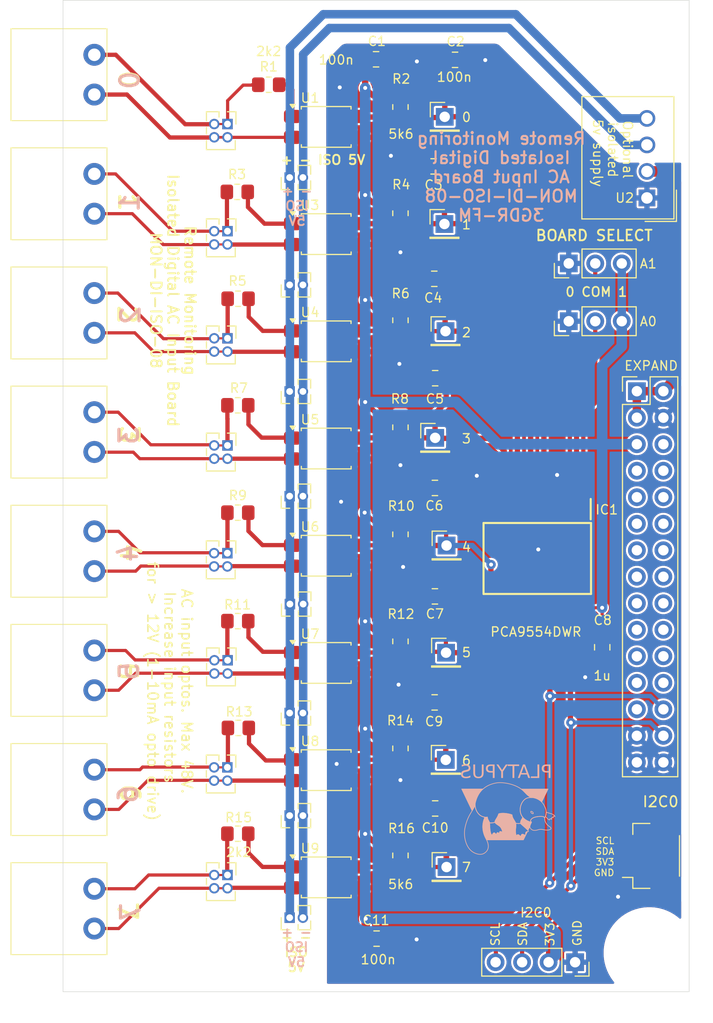
<source format=kicad_pcb>
(kicad_pcb (version 20241229) (generator "pcbnew") (generator_version "9.0")
  (layers (0 "F.Cu" signal) (2 "B.Cu" signal) (13 "F.Paste" user) (15 "B.Paste" user) (5 "F.SilkS" user "F.Silkscreen") (7 "B.SilkS" user "B.Silkscreen") (1 "F.Mask" user) (3 "B.Mask" user) (25 "Edge.Cuts" user))
  (net 0 "")
  (net 1 "GND")
  (net 2 "+3V3")
  (net 3 "/GP2")
  (net 4 "/GP16")
  (net 5 "/AN_CS0")
  (net 6 "/GP1")
  (net 7 "/GP13")
  (net 8 "/GP3")
  (net 9 "/GP0")
  (net 10 "/GP7")
  (net 11 "/GP6")
  (net 12 "/AN_CS1")
  (net 13 "/GP11")
  (net 14 "/GP14")
  (net 15 "/GP12")
  (net 16 "/GP10")
  (net 17 "/GP8")
  (net 18 "/GP9")
  (net 19 "/GP17")
  (net 20 "/GP15")
  (net 21 "/A1")
  (net 22 "/P2")
  (net 23 "/P1")
  (net 24 "/P4")
  (net 25 "/P0")
  (net 26 "/P6")
  (net 27 "/A0")
  (net 29 "/P5")
  (net 30 "/P3")
  (net 31 "Net-(R3-Pad1)")
  (net 32 "/P7")
  (net 33 "+5V")
  (net 34 "/IN0+")
  (net 35 "/IN4+")
  (net 36 "/IN1+")
  (net 37 "/IN5+")
  (net 38 "/IN2+")
  (net 39 "/IN6+")
  (net 40 "/IN3+")
  (net 41 "/IN7+")
  (net 42 "/IN0-")
  (net 43 "/IN4-")
  (net 44 "/IN1-")
  (net 45 "/IN5-")
  (net 46 "/IN2-")
  (net 47 "/IN6-")
  (net 48 "/IN3-")
  (net 49 "/IN7-")
  (net 50 "/AN_CS3")
  (net 51 "Net-(R1-Pad1)")
  (net 52 "/AN_CS2")
  (net 53 "/SDA0")
  (net 54 "/SCL0")
  (net 55 "Net-(R11-Pad1)")
  (net 56 "Net-(R5-Pad1)")
  (net 57 "Net-(R7-Pad1)")
  (net 58 "Net-(R9-Pad1)")
  (net 59 "Net-(R15-Pad1)")
  (net 60 "Net-(R13-Pad1)")
  (net 61 "/VISO-")
  (net 62 "/VISO+")
  (footprint "RP:TLP_OPTO_WIDE_PINS" (layer "F.Cu") (at 109.4232 67.498457)
    (property "Reference" "U3")
    (property "Value" "TLP292" (hide yes))
  )
  (footprint "Capacitor_SMD:C_0805_2012Metric_Pad1.18x1.45mm_HandSolder" (layer "F.Cu") (at 119.8372 102.2096 180)
    (property "Reference" "C7")
    (property "Value" "100n")
  )
  (footprint "RP:TLP_OPTO_WIDE_PINS" (layer "F.Cu") (at 109.4232 57.2262)
    (property "Reference" "U1")
    (property "Value" "TLP292" (hide yes))
  )
  (footprint "Capacitor_SMD:C_0805_2012Metric_Pad1.18x1.45mm_HandSolder" (layer "F.Cu") (at 119.8372 91.821 180)
    (property "Reference" "C6")
    (property "Value" "100n")
  )
  (footprint "RP:K2EDG" (layer "F.Cu") (at 87.201 134.0358 90)
    (property "Reference" "J33" (hide yes))
    (property "Value" "IN 7" (hide yes))
  )
  (footprint "RP:TLP_OPTO_WIDE_PINS" (layer "F.Cu") (at 109.4232 118.859743)
    (property "Reference" "U8")
    (property "Value" "TLP292" (hide yes))
  )
  (footprint "Resistor_SMD:R_0805_2012Metric_Pad1.20x1.40mm_HandSolder" (layer "F.Cu") (at 116.5352 55.3212 -90)
    (property "Reference" "R2")
    (property "Value" "5k6")
  )
  (footprint "Connector_PinHeader_2.54mm:PinHeader_1x01_P2.54mm_Vertical" (layer "F.Cu") (at 120.9548 128.143)
    (property "Reference" "J31" (hide yes))
    (property "Value" "7")
  )
  (footprint "Connector_PinHeader_2.54mm:PinHeader_1x01_P2.54mm_Vertical" (layer "F.Cu") (at 120.777 56.261)
    (property "Reference" "J2" (hide yes))
    (property "Value" "0")
  )
  (footprint "Capacitor_SMD:C_0805_2012Metric_Pad1.18x1.45mm_HandSolder" (layer "F.Cu") (at 114.2492 135.001)
    (property "Reference" "C11")
    (property "Value" "100n")
  )
  (footprint "Connector_PinHeader_2.54mm:PinHeader_1x03_P2.54mm_Vertical" (layer "F.Cu") (at 132.6642 75.8444 90)
    (property "Reference" "JP2" (hide yes))
    (property "Value" "A0")
  )
  (footprint "RP:K2EDG" (layer "F.Cu") (at 87.201 122.620314 90)
    (property "Reference" "J28" (hide yes))
    (property "Value" "IN 6" (hide yes))
  )
  (footprint "Connector_PinHeader_2.54mm:PinHeader_2x15_P2.54mm_Vertical" (layer "F.Cu") (at 139.192 82.55)
    (property "Reference" "J13" (hide yes))
    (property "Value" "EXPAND")
  )
  (footprint "RP:K2EDG" (layer "F.Cu") (at 87.201 99.789343 90)
    (property "Reference" "J20" (hide yes))
    (property "Value" "IN 4" (hide yes))
  )
  (footprint "RP:MountingHole_3.5mm_no_fill" (layer "F.Cu") (at 140.3858 136.3726)
    (property "Reference" "H4" (hide yes))
    (property "Value" "MountingHole" (hide yes))
  )
  (footprint "Connector_PinHeader_2.54mm:PinHeader_1x01_P2.54mm_Vertical" (layer "F.Cu") (at 120.7516 66.529857)
    (property "Reference" "J6" (hide yes))
    (property "Value" "1")
  )
  (footprint "Resistor_SMD:R_0805_2012Metric_Pad1.20x1.40mm_HandSolder" (layer "F.Cu") (at 116.5352 127.030748 -90)
    (property "Reference" "R16")
    (property "Value" "5k6")
  )
  (footprint "Connector_PinHeader_1.27mm:PinHeader_1x02_P1.27mm_Vertical" (layer "F.Cu") (at 105.918 92.6084 90)
    (property "Reference" "J17" (hide yes))
    (property "Value" "Conn_02x02_Odd_Even")
  )
  (footprint "Connector_PinHeader_2.54mm:PinHeader_1x01_P2.54mm_Vertical" (layer "F.Cu") (at 120.8532 76.798714)
    (property "Reference" "J9" (hide yes))
    (property "Value" "2")
  )
  (footprint "Capacitor_SMD:C_0805_2012Metric_Pad1.18x1.45mm_HandSolder" (layer "F.Cu") (at 119.8626 81.3054 180)
    (property "Reference" "C5")
    (property "Value" "100n")
  )
  (footprint "Resistor_SMD:R_0805_2012Metric_Pad1.20x1.40mm_HandSolder" (layer "F.Cu") (at 100.950863 94.189153 180)
    (property "Reference" "R9")
    (property "Value" "2k2" (hide yes))
  )
  (footprint "Connector_PinHeader_1.27mm:PinHeader_2x02_P1.27mm_Vertical" (layer "F.Cu") (at 99.960263 128.905 -90)
    (property "Reference" "J30" (hide yes))
    (property "Value" "Conn_02x02_Odd_Even")
  )
  (footprint "Resistor_SMD:R_0805_2012Metric_Pad1.20x1.40mm_HandSolder" (layer "F.Cu") (at 100.950863 104.577753 180)
    (property "Reference" "R11")
    (property "Value" "2k2" (hide yes))
  )
  (footprint "Connector_PinHeader_1.27mm:PinHeader_2x02_P1.27mm_Vertical" (layer "F.Cu") (at 99.9744 108.331 -90)
    (property "Reference" "J22" (hide yes))
    (property "Value" "Conn_02x02_Odd_Even")
  )
  (footprint "Connector_PinHeader_1.27mm:PinHeader_2x02_P1.27mm_Vertical" (layer "F.Cu") (at 99.949 118.5926 -90)
    (property "Reference" "J26" (hide yes))
    (property "Value" "Conn_02x02_Odd_Even")
  )
  (footprint "Converter_DCDC:Converter_DCDC_TRACO_TMU3-05xx_12xx_THT" (layer "F.Cu") (at 140.1572 64.0334 180)
    (property "Reference" "U2")
    (property "Value" "TMU3-0511")
  )
  (footprint "RP:TLP_OPTO_WIDE_PINS" (layer "F.Cu") (at 109.4232 77.770714)
    (property "Reference" "U4")
    (property "Value" "TLP292" (hide yes))
  )
  (footprint "RP:K2EDG" (layer "F.Cu") (at 87.201 111.204829 90)
    (property "Reference" "J24" (hide yes))
    (property "Value" "IN 5" (hide yes))
  )
  (footprint "RP:TLP_OPTO_WIDE_PINS" (layer "F.Cu") (at 109.4232 88.042971)
    (property "Reference" "U5")
    (property "Value" "TLP292" (hide yes))
  )
  (footprint "Capacitor_SMD:C_0805_2012Metric_Pad1.18x1.45mm_HandSolder" (layer "F.Cu") (at 119.7102 61.0108 180)
    (property "Reference" "C3")
    (property "Value" "100n")
  )
  (footprint "Capacitor_SMD:C_0805_2012Metric_Pad1.18x1.45mm_HandSolder" (layer "F.Cu") (at 135.87101 107.0864 -90)
    (property "Reference" "C8")
    (property "Value" "1u")
  )
  (footprint "Connector_PinHeader_1.27mm:PinHeader_2x02_P1.27mm_Vertical" (layer "F.Cu") (at 99.949 98.0694 -90)
    (property "Reference" "J18" (hide yes))
    (property "Value" "Conn_02x02_Odd_Even")
  )
  (footprint "Connector_PinHeader_2.54mm:PinHeader_1x03_P2.54mm_Vertical" (layer "F.Cu") (at 132.6642 70.3072 90)
    (property "Reference" "JP1" (hide yes))
    (property "Value" "A1")
  )
  (footprint "Resistor_SMD:R_0805_2012Metric_Pad1.20x1.40mm_HandSolder" (layer "F.Cu") (at 116.5352 75.755214 -90)
    (property "Reference" "R6")
    (property "Value" "5k6")
  )
  (footprint "Capacitor_SMD:C_0805_2012Metric_Pad1.18x1.45mm_HandSolder" (layer "F.Cu") (at 121.7676 50.8)
    (property "Reference" "C2")
    (property "Value" "100n")
  )
  (footprint "Connector_PinHeader_1.27mm:PinHeader_1x02_P1.27mm_Vertical" (layer "F.Cu") (at 105.918 72.3646 90)
    (property "Reference" "J8" (hide yes))
    (property "Value" "Conn_02x02_Odd_Even")
  )
  (footprint "Connector_PinHeader_1.27mm:PinHeader_2x02_P1.27mm_Vertical" (layer "F.Cu") (at 99.960263 67.217982 -90)
    (property "Reference" "J7" (hide yes))
    (property "Value" "Conn_02x02_Odd_Even")
  )
  (footprint "RP:K2EDG" (layer "F.Cu") (at 87.201 76.958371 90)
    (property "Reference" "J10" (hide yes))
    (property "Value" "IN 2" (hide yes))
  )
  (footprint "Resistor_SMD:R_0805_2012Metric_Pad1.20x1.40mm_HandSolder" (layer "F.Cu") (at 116.5352 106.520534 -90)
    (property "Reference" "R12")
    (property "Value" "5k6")
  )
  (footprint "Resistor_SMD:R_0805_2012Metric_Pad1.20x1.40mm_HandSolder" (layer "F.Cu") (at 100.950863 83.902153 180)
    (property "Reference" "R7")
    (property "Value" "2k2")
  )
  (footprint "Connector_PinSocket_2.54mm:PinSocket_1x04_P2.54mm_Vertical" (layer "F.Cu") (at 133.2738 137.2616 -90)
    (property "Reference" "CON2" (hide yes))
    (property "Value" "I2C0")
  )
  (footprint "Resistor_SMD:R_0805_2012Metric_Pad1.20x1.40mm_HandSolder" (layer "F.Cu") (at 116.5352 116.775641 -90)
    (property "Reference" "R14")
    (property "Value" "5k6")
  )
  (footprint "Resistor_SMD:R_0805_2012Metric_Pad1.20x1.40mm_HandSolder" (layer "F.Cu") (at 101.001663 114.813953 180)
    (property "Reference" "R13")
    (property "Value" "2k2")
  )
  (footprint "Resistor_SMD:R_0805_2012Metric_Pad1.20x1.40mm_HandSolder" (layer "F.Cu") (at 103.9114 53.1876 180)
    (property "Reference" "R1")
    (property "Value" "2k2")
  )
  (footprint "Resistor_SMD:R_0805_2012Metric_Pad1.20x1.40mm_HandSolder" (layer "F.Cu") (at 100.976263 73.691353 180)
    (property "Reference" "R5")
    (property "Value" "2k2")
  )
  (footprint "Connector_PinHeader_2.54mm:PinHeader_1x01_P2.54mm_Vertical" (layer "F.Cu") (at 119.8626 87.0204)
    (property "Reference" "J15" (hide yes))
    (property "Value" "3")
  )
  (footprint "RP:TLP_OPTO_WIDE_PINS" (layer "F.Cu") (at 109.4232 129.132)
    (property "Reference" "U9")
    (property "Value" "TLP292" (hide yes))
  )
  (footprint "RP:K2EDG" (layer "F.Cu") (at 87.201 88.373857 90)
    (property "Reference" "J16" (hide yes))
    (property "Value" "IN 3" (hide yes))
  )
  (footprint "Connector_PinHeader_1.27mm:PinHeader_2x02_P1.27mm_Vertical" (layer "F.Cu") (at 99.960263 87.748439 -90)
    (property "Reference" "J14" (hide yes))
    (property "Value" "Conn_02x02_Odd_Even")
  )
  (footprint "RP:MountingHole_3.5mm_no_fill" (layer "F.Cu") (at 140.4366 49.0926)
    (property "Reference" "H2" (hide yes))
    (property "Value" "MountingHole" (hide yes))
  )
  (footprint "Connector_PinHeader_2.54mm:PinHeader_1x01_P2.54mm_Vertical" (layer "F.Cu") (at 120.904 107.605286)
    (property "Reference" "J23" (hide yes))
    (property "Value" "5")
  )
  (footprint "Connector_PinHeader_2.54mm:PinHeader_1x01_P2.54mm_Vertical" (layer "F.Cu") (at 120.8786 117.874143)
    (property "Reference" "J27" (hide yes))
    (property "Value" "6")
  )
  (footprint "Connector_PinHeader_1.27mm:PinHeader_1x02_P1.27mm_Vertical" (layer "F.Cu") (at 105.9434 102.9462 90)
    (property "Reference" "J21" (hide yes))
    (property "Value" "Conn_02x02_Odd_Even")
  )
  (footprint "RP:K2EDG" (layer "F.Cu") (at 87.201 65.542886 90)
    (property "Reference" "J5" (hide yes))
    (property "Value" "IN 1" (hide yes))
  )
  (footprint "Resistor_SMD:R_0805_2012Metric_Pad1.20x1.40mm_HandSolder" (layer "F.Cu") (at 100.950863 124.948553 180)
    (property "Reference" "R15")
    (property "Value" "2k2")
  )
  (footprint "Capacitor_SMD:C_0805_2012Metric_Pad1.18x1.45mm_HandSolder" (layer "F.Cu") (at 119.8626 122.5296 180)
    (property "Reference" "C10")
    (property "Value" "100n")
  )
  (footprint "Resistor_SMD:R_0805_2012Metric_Pad1.20x1.40mm_HandSolder" (layer "F.Cu") (at 116.5352 96.265427 -90)
    (property "Reference" "R10")
    (property "Value" "5k6")
  )
  (footprint "Connector_PinHeader_1.27mm:PinHeader_2x02_P1.27mm_Vertical" (layer "F.Cu") (at 99.960263 56.952753 -90)
    (property "Reference" "J3" (hide yes))
    (property "Value" "Conn_02x02_Odd_Even")
  )
  (footprint "Connector_PinHeader_1.27mm:PinHeader_1x02_P1.27mm_Vertical" (layer "F.Cu") (at 105.918 132.9944 90)
    (property "Reference" "J32" (hide yes))
    (property "Value" "Conn_02x02_Odd_Even")
  )
  (footprint "Connector_PinHeader_1.27mm:PinHeader_1x02_P1.27mm_Vertical" (layer "F.Cu") (at 105.918 82.5754 90)
    (property "Reference" "J12" (hide yes))
    (property "Value" "Conn_02x02_Odd_Even")
  )
  (footprint "RP:MountingHole_3.5mm_no_fill" (layer "F.Cu") (at 96.201 49.0926)
    (property "Reference" "H1" (hide yes))
    (property "Value" "MountingHole" (hide yes))
  )
  (footprint "Connector_PinHeader_1.27mm:PinHeader_1x02_P1.27mm_Vertical" (layer "F.Cu") (at 105.918 62.0776 90)
    (property "Reference" "J4" (hide yes))
    (property "Value" "ISO 5V")
  )
  (footprint "RP:MountingHole_3.5mm_no_fill" (layer "F.Cu") (at 96.201 136.3726)
    (property "Reference" "H3" (hide yes))
    (property "Value" "MountingHole" (hide yes))
  )
  (footprint "Connector_PinHeader_1.27mm:PinHeader_1x02_P1.27mm_Vertical" (layer "F.Cu") (at 105.918 123.2154 90)
    (property "Reference" "J29" (hide yes))
    (property "Value" "Conn_02x02_Odd_Even")
  )
  (footprint "Capacitor_SMD:C_0805_2012Metric_Pad1.18x1.45mm_HandSolder" (layer "F.Cu") (at 114.1984 50.7492)
    (property "Reference" "C1")
    (property "Value" "100n")
  )
  (footprint "Resistor_SMD:R_0805_2012Metric_Pad1.20x1.40mm_HandSolder" (layer "F.Cu") (at 116.5352 86.010321 -90)
    (property "Reference" "R8")
    (property "Value" "5k6")
  )
  (footprint "Resistor_SMD:R_0805_2012Metric_Pad1.20x1.40mm_HandSolder" (layer "F.Cu") (at 100.900063 63.455153 180)
    (property "Reference" "R3")
    (property "Value" "2k2")
  )
  (footprint "Resistor_SMD:R_0805_2012Metric_Pad1.20x1.40mm_HandSolder" (layer "F.Cu") (at 116.5352 65.500107 -90)
    (property "Reference" "R4")
    (property "Value" "5k6")
  )
  (footprint "RP:TLP_OPTO_WIDE_PINS" (layer "F.Cu") (at 109.4232 108.587486)
    (property "Reference" "U7")
    (property "Value" "TLP292" (hide yes))
  )
  (footprint "RP:JST_SH_SM04B-SRSS-TB_1x04-1MP_P1.00mm_Horizontal_wide_MP" (layer "F.Cu") (at 140.589 127.0762 90)
    (property "Reference" "CON1" (hide yes))
    (property "Value" "QWIIC" (hide yes))
  )
  (footprint "RP:TLP_OPTO_WIDE_PINS" (layer "F.Cu") (at 109.4232 98.315229)
    (property "Reference" "U6")
    (property "Value" "TLP292" (hide yes))
  )
  (footprint "Connector_PinHeader_2.54mm:PinHeader_1x01_P2.54mm_Vertical" (layer "F.Cu") (at 120.9548 97.336429)
    (property "Reference" "J19" (hide yes))
    (property "Value" "4")
  )
  (footprint "Capacitor_SMD:C_0805_2012Metric_Pad1.18x1.45mm_HandSolder" (layer "F.Cu") (at 119.8118 112.3696 180)
    (property "Reference" "C9")
    (property "Value" "100n")
  )
  (footprint "Capacitor_SMD:C_0805_2012Metric_Pad1.18x1.45mm_HandSolder" (layer "F.Cu") (at 119.777007 71.7804 180)
    (property "Reference" "C4")
    (property "Value" "100n")
  )
  (footprint "Connector_PinHeader_1.27mm:PinHeader_1x02_P1.27mm_Vertical" (layer "F.Cu") (at 105.918 113.3856 90)
    (property "Reference" "J25" (hide yes))
    (property "Value" "ISO 5V")
  )
  (footprint "SamacSys_Parts:SOIC127P1030X265-16N" (layer "F.Cu") (at 129.64801 98.5774 -90)
    (property "Reference" "IC1")
    (property "Value" "PCA9554DWR")
  )
  (footprint "RP:K2EDG" (layer "F.Cu") (at 87.201 54.1274 90)
    (property "Reference" "J1" (hide yes))
    (property "Value" "IN 0" (hide yes))
  )
  (footprint "Connector_PinHeader_1.27mm:PinHeader_2x02_P1.27mm_Vertical" (layer "F.Cu") (at 99.960263 77.48321 -90)
    (property "Reference" "J11" (hide yes))
    (property "Value" "Conn_02x02_Odd_Even")
  )
  (gr_poly (pts (xy 126.169407 120.057571) (xy 126.295312 120.06387) (xy 126.427051 120.075313) (xy 126.563657 120.092048) (xy 126.704163 120.114227) (xy 126.8476 120.142) (xy 126.993002 120.175515) (xy 127.1394 120.214925) (xy 127.285828 120.260378) (xy 127.431318 120.312025) (xy 127.574902 120.370016) (xy 127.715613 120.4345) (xy 127.852483 120.505629) (xy 127.908643 120.537902) (xy 127.96185 120.570499) (xy 128.012289 120.603378) (xy 128.060145 120.636499) (xy 128.148847 120.703298) (xy 128.229431 120.770562) (xy 128.303375 120.837957) (xy 128.372155 120.905151) (xy 128.500132 121.037603) (xy 128.562283 121.102195) (xy 128.625178 121.165252) (xy 128.690293 121.226443) (xy 128.759106 121.285434) (xy 128.833094 121.341892) (xy 128.87249 121.369067) (xy 128.913733 121.395484) (xy 128.957008 121.4211) (xy 129.0025 121.445876) (xy 129.050394 121.469768) (xy 129.100873 121.492736) (xy 129.045352 121.485595) (xy 128.991366 121.481885) (xy 128.938912 121.48146) (xy 128.887987 121.484179) (xy 128.838586 121.489898) (xy 128.790706 121.498473) (xy 128.744343 121.509762) (xy 128.699493 121.523621) (xy 128.656154 121.539907) (xy 128.614321 121.558477) (xy 128.57399 121.579187) (xy 128.535158 121.601895) (xy 128.497821 121.626457) (xy 128.461976 121.652729) (xy 128.427618 121.68057) (xy 128.394745 121.709835) (xy 128.333437 121.772065) (xy 128.278021 121.838274) (xy 128.228469 121.907317) (xy 128.184752 121.978047) (xy 128.146839 122.049319) (xy 128.114701 122.119987) (xy 128.08831 122.188905) (xy 128.067636 122.254927) (xy 128.049292 122.324498) (xy 128.033818 122.394475) (xy 128.021444 122.464797) (xy 128.012401 122.5354) (xy 128.00692 122.606223) (xy 128.005233 122.677204) (xy 128.007569 122.748279) (xy 128.01416 122.819388) (xy 128.025237 122.890467) (xy 128.04103 122.961455) (xy 128.06177 123.032289) (xy 128.087689 123.102906) (xy 128.119018 123.173246) (xy 128.155986 123.243245) (xy 128.198825 123.312841) (xy 128.247766 123.381972) (xy 128.230098 123.421511) (xy 128.211968 123.458034) (xy 128.193619 123.492097) (xy 128.175291 123.524257) (xy 128.13967 123.585092) (xy 128.12286 123.61488) (xy 128.107039 123.64499) (xy 128.09245 123.675979) (xy 128.079334 123.708403) (xy 128.073404 123.725326) (xy 128.067933 123.742818) (xy 128.062951 123.760946) (xy 128.058489 123.779781) (xy 128.054577 123.799391) (xy 128.051244 123.819848) (xy 128.048522 123.841219) (xy 128.04644 123.863576) (xy 128.045028 123.886986) (xy 128.044318 123.911521) (xy 128.044338 123.937249) (xy 128.04512 123.964239) (xy 127.984383 123.970158) (xy 127.929803 123.974552) (xy 127.878624 123.977072) (xy 127.853448 123.977519) (xy 127.828089 123.977365) (xy 127.802203 123.976566) (xy 127.775444 123.975079) (xy 127.747469 123.97286) (xy 127.717932 123.969864) (xy 127.68649 123.966048) (xy 127.652798 123.961368) (xy 127.577285 123.94924) (xy 127.567746 123.921966) (xy 127.557466 123.895398) (xy 127.53495 123.844154) (xy 127.510264 123.795064) (xy 127.483937 123.747679) (xy 127.456495 123.701554) (xy 127.428467 123.656241) (xy 127.372764 123.566268) (xy 127.346143 123.520714) (xy 127.321047 123.474187) (xy 127.298004 123.426239) (xy 127.27754 123.376424) (xy 127.268441 123.350677) (xy 127.260184 123.324296) (xy 127.252836 123.297225) (xy 127.246464 123.269408) (xy 127.241131 123.240789) (xy 127.236906 123.211313) (xy 127.233854 123.180924) (xy 127.23204 123.149565) (xy 127.189426 123.130788) (xy 127.135638 123.111342) (xy 127.071992 123.091727) (xy 126.999803 123.072445) (xy 126.920388 123.053999) (xy 126.835061 123.036888) (xy 126.745139 123.021615) (xy 126.651937 123.008682) (xy 126.556771 122.998589) (xy 126.460956 122.991838) (xy 126.365808 122.988931) (xy 126.272643 122.99037) (xy 126.182776 122.996655) (xy 126.097522 123.008288) (xy 126.018198 123.025771) (xy 125.981171 123.036863) (xy 125.94612 123.049605) (xy 125.946122 123.049612) (xy 125.923551 123.121741) (xy 125.897606 123.190177) (xy 125.869014 123.25509) (xy 125.838506 123.316654) (xy 125.806811 123.375041) (xy 125.774658 123.430422) (xy 125.711893 123.532856) (xy 125.656048 123.625333) (xy 125.632543 123.668268) (xy 125.612956 123.70923) (xy 125.598015 123.74839) (xy 125.592515 123.767349) (xy 125.588451 123.785922) (xy 125.585912 123.804131) (xy 125.584992 123.821997) (xy 125.585779 123.839542) (xy 125.588367 123.856787) (xy 125.48642 123.884745) (xy 125.43269 123.898255) (xy 125.40447 123.90438) (xy 125.375091 123.90989) (xy 125.344363 123.914639) (xy 125.312096 123.91848) (xy 125.2781 123.921266) (xy 125.242183 123.922852) (xy 125.204156 123.92309) (xy 125.163827 123.921835) (xy 125.121006 123.91894) (xy 125.075502 123.914259) (xy 125.074218 123.902263) (xy 125.071825 123.889716) (xy 125.0684 123.876637) (xy 125.064021 123.863045) (xy 125.052713 123.834405) (xy 125.038525 123.803953) (xy 125.022079 123.771847) (xy 125.003998 123.738243) (xy 124.965425 123.667173) (xy 124.946179 123.630021) (xy 124.92779 123.592002) (xy 124.910882 123.553273) (xy 124.896077 123.513991) (xy 124.889659 123.494192) (xy 124.883999 123.474313) (xy 124.879177 123.454376) (xy 124.875271 123.434398) (xy 124.872357 123.4144) (xy 124.870515 123.394402) (xy 124.869821 123.374423) (xy 124.870354 123.354483) (xy 124.832977 123.359103) (xy 124.797554 123.362629) (xy 124.76375 123.36502) (xy 124.731232 123.366237) (xy 124.699668 123.366238) (xy 124.668722 123.364983) (xy 124.638062 123.362433) (xy 124.607355 123.358546) (xy 124.576266 123.353284) (xy 124.544463 123.346604) (xy 124.511612 123.338467) (xy 124.477379 123.328833) (xy 124.441431 123.317662) (xy 124.403435 123.304913) (xy 124.363056 123.290545) (xy 124.319962 123.274519) (xy 124.289639 123.261457) (xy 124.258798 123.245752) (xy 124.227566 123.227482) (xy 124.19607 123.20673) (xy 124.164436 123.183574) (xy 124.132792 123.158096) (xy 124.101264 123.130374) (xy 124.069979 123.100489) (xy 124.039065 123.068521) (xy 124.008647 123.03455) (xy 123.978854 122.998657) (xy 123.949811 122.960921) (xy 123.921646 122.921422) (xy 123.894485 122.880241) (xy 123.868456 122.837457) (xy 123.843685 122.793151) (xy 123.8203 122.747403) (xy 123.798427 122.700292) (xy 123.778192 122.6519) (xy 123.759724 122.602305) (xy 123.743149 122.551588) (xy 123.728593 122.49983) (xy 123.716184 122.447109) (xy 123.706048 122.393507) (xy 123.698313 122.339103) (xy 123.693105 122.283978) (xy 123.690551 122.228211) (xy 123.690779 122.171883) (xy 123.693914 122.115073) (xy 123.700084 122.057862) (xy 123.709416 122.00033) (xy 123.722037 121.942557) (xy 123.758316 121.80815) (xy 123.802123 121.670068) (xy 123.854418 121.529614) (xy 123.91616 121.388091) (xy 123.98831 121.246802) (xy 124.071827 121.107051) (xy 124.167673 120.970141) (xy 124.220519 120.903158) (xy 124.276807 120.837374) (xy 124.336658 120.772952) (xy 124.40019 120.710055) (xy 124.467525 120.648845) (xy 124.538781 120.589486) (xy 124.61408 120.53214) (xy 124.693541 120.47697) (xy 124.777285 120.424139) (xy 124.86543 120.37381) (xy 124.958098 120.326147) (xy 125.055408 120.281311) (xy 125.157481 120.239466) (xy 125.264435 120.200774) (xy 125.376393 120.165399) (xy 125.493472 120.133503) (xy 125.615794 120.10525) (xy 125.743478 120.080802) (xy 125.836371 120.06803) (xy 125.938969 120.059801) (xy 126.050303 120.056264)) (stroke (width 0.066145) (color 0 255 0 1)) (fill no) (layer "B.SilkS"))
  (gr_poly (pts (xy 125.591706 123.873181) (xy 125.600766 123.886776) (xy 125.620909 123.913127) (xy 125.643545 123.938483) (xy 125.668424 123.962989) (xy 125.695296 123.986793) (xy 125.723913 124.01004) (xy 125.754025 124.032877) (xy 125.785383 124.055451) (xy 125.91829 124.146038) (xy 125.985741 124.193558) (xy 126.018844 124.218387) (xy 126.051198 124.244124) (xy 126.066728 124.257573) (xy 126.08188 124.27209) (xy 126.096646 124.287588) (xy 126.111016 124.303977) (xy 126.138524 124.339079) (xy 126.164324 124.376687) (xy 126.188336 124.416097) (xy 126.210479 124.456602) (xy 126.230672 124.497495) (xy 126.248835 124.538069) (xy 126.264888 124.577618) (xy 126.278749 124.615436) (xy 126.290338 124.650816) (xy 126.299574 124.683051) (xy 126.306378 124.711435) (xy 126.310668 124.735262) (xy 126.312363 124.753825) (xy 126.312213 124.760911) (xy 126.311384 124.766417) (xy 126.309211 124.770685) (xy 126.306463 124.774152) (xy 126.303165 124.776862) (xy 126.299344 124.778863) (xy 126.295024 124.780201) (xy 126.290231 124.780923) (xy 126.284991 124.781076) (xy 126.279329 124.780707) (xy 126.266845 124.778587) (xy 126.252982 124.774936) (xy 126.237947 124.770129) (xy 126.221945 124.764539) (xy 126.187858 124.752502) (xy 126.170184 124.746802) (xy 126.152364 124.741812) (xy 126.134602 124.737906) (xy 126.117105 124.735458) (xy 126.108519 124.734897) (xy 126.100076 124.73484) (xy 126.091802 124.735334) (xy 126.083722 124.736426) (xy 126.076101 124.738503) (xy 126.069168 124.741421) (xy 126.06289 124.745124) (xy 126.057238 124.74956) (xy 126.052179 124.754675) (xy 126.047682 124.760416) (xy 126.043717 124.766728) (xy 126.040252 124.773559) (xy 126.037256 124.780855) (xy 126.034698 124.788563) (xy 126.032547 124.796628) (xy 126.030772 124.804997) (xy 126.028223 124.822434) (xy 126.026803 124.840447) (xy 126.026262 124.858605) (xy 126.026352 124.876482) (xy 126.027427 124.909677) (xy 126.028034 124.936605) (xy 126.027539 124.946649) (xy 126.026179 124.95384) (xy 126.023702 124.95549) (xy 126.020966 124.956258) (xy 126.017976 124.9562) (xy 126.014735 124.955373) (xy 126.011249 124.953832) (xy 126.007522 124.951633) (xy 125.999363 124.945485) (xy 125.990295 124.937374) (xy 125.980355 124.927748) (xy 125.958005 124.905736) (xy 125.945669 124.894243) (xy 125.932607 124.883021) (xy 125.918856 124.872517) (xy 125.911733 124.867673) (xy 125.904452 124.863176) (xy 125.897017 124.859082) (xy 125.889433 124.855447) (xy 125.881704 124.852325) (xy 125.873835 124.849774) (xy 125.86583 124.847849) (xy 125.857695 124.846606) (xy 125.849433 124.8461) (xy 125.841049 124.846388) (xy 125.832624 124.847763) (xy 125.824692 124.849977) (xy 125.817232 124.852975) (xy 125.810226 124.856703) (xy 125.803651 124.861106) (xy 125.797489 124.86613) (xy 125.791719 124.87172) (xy 125.786322 124.877822) (xy 125.781276 124.884382) (xy 125.776561 124.891345) (xy 125.772158 124.898657) (xy 125.768047 124.906263) (xy 125.760617 124.922139) (xy 125.754111 124.938539) (xy 125.748367 124.955026) (xy 125.743225 124.971166) (xy 125.734097 125.000661) (xy 125.72979 125.013145) (xy 125.725439 125.023539) (xy 125.723196 125.027816) (xy 125.720882 125.031407) (xy 125.718476 125.034258) (xy 125.715959 125.036314) (xy 125.712345 125.038132) (xy 125.708537 125.038497) (xy 125.704531 125.03751) (xy 125.700323 125.03527) (xy 125.69591 125.031876) (xy 125.691288 125.02743) (xy 125.681403 125.015775) (xy 125.632774 124.946975) (xy 125.618199 124.928219) (xy 125.602597 124.910437) (xy 125.594402 124.90216) (xy 125.585939 124.894426) (xy 125.577206 124.887335) (xy 125.568197 124.880985) (xy 125.55891 124.875478) (xy 125.549341 124.870912) (xy 125.539486 124.867388) (xy 125.529341 124.865005) (xy 125.518904 124.863863) (xy 125.508169 124.864061) (xy 125.497134 124.8657) (xy 125.485795 124.868879) (xy 125.474826 124.873262) (xy 125.464422 124.878402) (xy 125.45456 124.884239) (xy 125.445219 124.890711) (xy 125.436376 124.897756) (xy 125.42801 124.905311) (xy 125.420098 124.913317) (xy 125.412618 124.921709) (xy 125.405549 124.930428) (xy 125.398868 124.939411) (xy 125.386584 124.957921) (xy 125.375589 124.976746) (xy 125.365709 124.995392) (xy 125.348588 125.030169) (xy 125.340994 125.045311) (xy 125.333812 125.058297) (xy 125.330319 125.063827) (xy 125.326863 125.068633) (xy 125.323422 125.072652) (xy 125.319974 125.075824) (xy 125.316496 125.078085) (xy 125.312967 125.079376) (xy 125.309365 125.079633) (xy 125.305667 125.078795) (xy 125.285494 125.067999) (xy 125.26669 125.05311) (xy 125.2492 125.034369) (xy 125.232971 125.012018) (xy 125.21795 124.986297) (xy 125.204083 124.957448) (xy 125.179597 124.891328) (xy 125.159084 124.815589) (xy 125.142114 124.732159) (xy 125.12826 124.642967) (xy 125.117092 124.549942) (xy 125.1011 124.360112) (xy 125.090707 124.1781) (xy 125.082484 124.019341) (xy 125.073 123.899267) (xy 125.110283 123.901728) (xy 125.147055 123.903494) (xy 125.18327 123.904571) (xy 125.218884 123.904967) (xy 125.253852 123.90469) (xy 125.288132 123.903747) (xy 125.321679 123.902145) (xy 125.354449 123.899891) (xy 125.386399 123.896993) (xy 125.417483 123.893458) (xy 125.447658 123.889294) (xy 125.476881 123.884507) (xy 125.505107 123.879105) (xy 125.532292 123.873095) (xy 125.558392 123.866485) (xy 125.583363 123.859282)) (stroke (width 0.066145) (color 0 255 0 1)) (fill no) (layer "B.SilkS"))
  (gr_poly (pts (xy 125.073 123.899267) (xy 125.072998 123.899267) (xy 125.073 123.899267)) (stroke (width 0.066145) (color 0 255 0 1)) (fill no) (layer "B.SilkS"))
  (gr_poly (pts (xy 126.467946 122.989788) (xy 126.563754 122.996541) (xy 126.658912 123.006637) (xy 126.752107 123.019573) (xy 126.842022 123.034849) (xy 126.927341 123.051962) (xy 127.00675 123.070411) (xy 127.078934 123.089695) (xy 127.142576 123.109311) (xy 127.196361 123.128759) (xy 127.238974 123.147536) (xy 127.240788 123.178895) (xy 127.243841 123.209284) (xy 127.248068 123.238759) (xy 127.253401 123.267376) (xy 127.259776 123.295191) (xy 127.267126 123.32226) (xy 127.275385 123.348638) (xy 127.284487 123.374381) (xy 127.304957 123.424188) (xy 127.328007 123.472127) (xy 127.35311 123.518645) (xy 127.379738 123.564188) (xy 127.435457 123.654141) (xy 127.463491 123.699444) (xy 127.490938 123.745561) (xy 127.51727 123.792938) (xy 127.541959 123.842023) (xy 127.564477 123.893263) (xy 127.574757 123.91983) (xy 127.584296 123.947104) (xy 127.585102 123.947268) (xy 127.585844 123.947398) (xy 127.586541 123.947505) (xy 127.587216 123.947601) (xy 127.58789 123.947696) (xy 127.588583 123.947804) (xy 127.589318 123.947936) (xy 127.590114 123.948103) (xy 127.597382 123.992636) (xy 127.602338 124.038311) (xy 127.605228 124.084867) (xy 127.606297 124.132045) (xy 127.605793 124.179584) (xy 127.60396 124.227224) (xy 127.597295 124.321767) (xy 127.578857 124.500616) (xy 127.571021 124.580758) (xy 127.56831 124.617598) (xy 127.566732 124.651938) (xy 127.566779 124.686041) (xy 127.56781 124.72235) (xy 127.569751 124.760256) (xy 127.57253 124.799151) (xy 127.576072 124.838428) (xy 127.580303 124.877478) (xy 127.585151 124.915693) (xy 127.590541 124.952467) (xy 127.596401 124.987191) (xy 127.602656 125.019257) (xy 127.609233 125.048057) (xy 127.616058 125.072984) (xy 127.623058 125.09343) (xy 127.630159 125.108787) (xy 127.633724 125.114367) (xy 127.637288 125.118447) (xy 127.640839 125.12095) (xy 127.64437 125.121802) (xy 127.648771 125.122608) (xy 127.653071 125.122716) (xy 127.657287 125.122173) (xy 127.661436 125.121028) (xy 127.665536 125.119328) (xy 127.669603 125.117122) (xy 127.673653 125.114457) (xy 127.677705 125.111382) (xy 127.685881 125.104194) (xy 127.694264 125.09594) (xy 127.712198 125.077775) (xy 127.722021 125.068632) (xy 127.727206 125.064214) (xy 127.732595 125.059962) (xy 127.738207 125.055924) (xy 127.744057 125.052148) (xy 127.750163 125.048682) (xy 127.756541 125.045574) (xy 127.76321 125.042873) (xy 127.770185 125.040626) (xy 127.777483 125.038881) (xy 127.785123 125.037687) (xy 127.79312 125.037091) (xy 127.801491 125.037141) (xy 127.810254 125.037886) (xy 127.819426 125.039374) (xy 127.828919 125.041514) (xy 127.838175 125.044163) (xy 127.847202 125.047289) (xy 127.856012 125.05086) (xy 127.864615 125.054842) (xy 127.873022 125.059204) (xy 127.881243 125.063912) (xy 127.889288 125.068935) (xy 127.897169 125.07424) (xy 127.904896 125.079794) (xy 127.919928 125.09152) (xy 127.934469 125.103854) (xy 127.948604 125.116535) (xy 127.97599 125.141902) (xy 127.989409 125.154067) (xy 128.002758 125.16554) (xy 128.016122 125.176062) (xy 128.022835 125.180884) (xy 128.029583 125.185372) (xy 128.036377 125.189491) (xy 128.043227 125.19321) (xy 128.050144 125.196496) (xy 128.057138 125.199316) (xy 128.063399 125.198146) (xy 128.06908 125.19608) (xy 128.074232 125.193173) (xy 128.078907 125.189481) (xy 128.083155 125.18506) (xy 128.087026 125.179966) (xy 128.090572 125.174255) (xy 128.093844 125.167983) (xy 128.099767 125.153977) (xy 128.105203 125.138397) (xy 128.116239 125.1043) (xy 128.122653 125.086676) (xy 128.130207 125.069265) (xy 128.134538 125.060779) (xy 128.139307 125.052514) (xy 128.144565 125.044525) (xy 128.150361 125.036869) (xy 128.156748 125.029601) (xy 128.163775 125.022777) (xy 128.171494 125.016453) (xy 128.179956 125.010686) (xy 128.189212 125.00553) (xy 128.199311 125.001042) (xy 128.210306 124.997277) (xy 128.222247 124.994291) (xy 128.228903 124.993492) (xy 128.236178 124.993405) (xy 128.244029 124.993979) (xy 128.252416 124.995165) (xy 128.270634 124.999173) (xy 128.290501 125.005029) (xy 128.311687 125.012336) (xy 128.333862 125.020693) (xy 128.379862 125.038963) (xy 128.425861 125.056646) (xy 128.448036 125.06427) (xy 128.469221 125.070551) (xy 128.489087 125.075089) (xy 128.498422 125.076579) (xy 128.507303 125.077485) (xy 128.51569 125.077755) (xy 128.523541 125.07734) (xy 128.530815 125.07619) (xy 128.53747 125.074255) (xy 128.540823 125.072509) (xy 128.543418 125.070097) (xy 128.545318 125.06704) (xy 128.546586 125.063359) (xy 128.547286 125.059077) (xy 128.547481 125.054214) (xy 128.546608 125.042832) (xy 128.535559 124.978385) (xy 128.533438 124.958403) (xy 128.532585 124.937215) (xy 128.533506 124.914996) (xy 128.53479 124.903552) (xy 128.536707 124.891915) (xy 128.539321 124.880106) (xy 128.542694 124.868146) (xy 128.546891 124.856057) (xy 128.551974 124.84386) (xy 128.558006 124.831577) (xy 128.565051 124.819229) (xy 128.573173 124.806837) (xy 128.582433 124.794424) (xy 128.585821 124.790467) (xy 128.589274 124.786726) (xy 128.592789 124.783196) (xy 128.596363 124.77987) (xy 128.599992 124.776744) (xy 128.603674 124.77381) (xy 128.611184 124.768499) (xy 128.618868 124.76389) (xy 128.626702 124.759936) (xy 128.63466 124.756591) (xy 128.64272 124.753806) (xy 128.650855 124.751536) (xy 128.659042 124.749733) (xy 128.667256 124.748351) (xy 128.675473 124.747343) (xy 128.683668 124.746661) (xy 128.691817 124.746259) (xy 128.699896 124.74609) (xy 128.707879 124.746107) (xy 128.61137 124.946348) (xy 128.32056 125.543471) (xy 124.78969 125.544607) (xy 124.686509 125.348878) (xy 124.634636 125.242194) (xy 124.609259 125.185083) (xy 124.584495 125.124862) (xy 124.560524 125.061085) (xy 124.537526 124.993305) (xy 124.515681 124.921074) (xy 124.495169 124.843947) (xy 124.476169 124.761475) (xy 124.458863 124.673211) (xy 124.443429 124.578709) (xy 124.430048 124.477522) (xy 124.424855 124.425194) (xy 124.4215 124.372958) (xy 124.419873 124.320917) (xy 124.419863 124.269173) (xy 124.421361 124.21783) (xy 124.424257 124.16699) (xy 124.428442 124.116757) (xy 124.433807 124.067233) (xy 124.447634 123.970725) (xy 124.464862 123.87829) (xy 124.484613 123.79075) (xy 124.506009 123.708929) (xy 124.528174 123.633651) (xy 124.550231 123.565738) (xy 124.5713 123.506015) (xy 124.590507 123.455304) (xy 124.619819 123.384213) (xy 124.63115 123.359053) (xy 124.66069 123.362573) (xy 124.689408 123.364689) (xy 124.717892 123.365483) (xy 124.74673 123.365034) (xy 124.776508 123.363424) (xy 124.807815 123.360733) (xy 124.841237 123.357042) (xy 124.877363 123.35243) (xy 124.876823 123.371871) (xy 124.877444 123.391345) (xy 124.879154 123.410836) (xy 124.881882 123.430323) (xy 124.885555 123.449791) (xy 124.890102 123.46922) (xy 124.895451 123.488593) (xy 124.901531 123.507892) (xy 124.915596 123.546195) (xy 124.931722 123.583985) (xy 124.949336 123.621118) (xy 124.967865 123.657451) (xy 125.039656 123.791893) (xy 125.054154 123.822062) (xy 125.066125 123.850567) (xy 125.074996 123.877263) (xy 125.078089 123.889888) (xy 125.080192 123.902006) (xy 125.089546 124.022982) (xy 125.09776 124.18175) (xy 125.108219 124.36311) (xy 125.124307 124.551861) (xy 125.135518 124.644257) (xy 125.149405 124.7328) (xy 125.166391 124.81559) (xy 125.186898 124.890726) (xy 125.198605 124.924831) (xy 125.211351 124.956309) (xy 125.225188 124.984924) (xy 125.24017 125.010438) (xy 125.25635 125.032614) (xy 125.273781 125.051214) (xy 125.292514 125.066) (xy 125.312604 125.076735) (xy 125.316302 125.077573) (xy 125.319905 125.077316) (xy 125.323435 125.076025) (xy 125.326914 125.073763) (xy 125.330365 125.070591) (xy 125.333808 125.066571) (xy 125.340763 125.056234) (xy 125.347952 125.043246) (xy 125.355554 125.028101) (xy 125.372693 124.993321) (xy 125.382582 124.974673) (xy 125.393584 124.955845) (xy 125.405876 124.937333) (xy 125.412561 124.92835) (xy 125.419633 124.91963) (xy 125.427116 124.911237) (xy 125.435031 124.903231) (xy 125.4434 124.895674) (xy 125.452245 124.888629) (xy 125.461588 124.882157) (xy 125.471451 124.87632) (xy 125.481856 124.871179) (xy 125.492824 124.866797) (xy 125.504163 124.863617) (xy 125.515198 124.861978) (xy 125.525931 124.86178) (xy 125.536368 124.862922) (xy 125.546511 124.865305) (xy 125.556364 124.868829) (xy 125.565931 124.873395) (xy 125.575215 124.878902) (xy 125.584221 124.885252) (xy 125.592952 124.892343) (xy 125.601411 124.900077) (xy 125.609603 124.908354) (xy 125.625198 124.926136) (xy 125.639767 124.944892) (xy 125.688371 125.013693) (xy 125.698251 125.025347) (xy 125.702871 125.029794) (xy 125.707283 125.033187) (xy 125.711489 125.035427) (xy 125.715494 125.036414) (xy 125.719302 125.036049) (xy 125.722916 125.034231) (xy 125.725433 125.032176) (xy 125.727838 125.029326) (xy 125.730152 125.025735) (xy 125.732394 125.021459) (xy 125.736743 125.011067) (xy 125.741048 124.998585) (xy 125.750171 124.969094) (xy 125.755311 124.952956) (xy 125.761051 124.93647) (xy 125.767554 124.920072) (xy 125.774981 124.904197) (xy 125.779091 124.896592) (xy 125.783493 124.889282) (xy 125.788206 124.882319) (xy 125.793251 124.87576) (xy 125.798647 124.869658) (xy 125.804416 124.864068) (xy 125.810577 124.859045) (xy 125.81715 124.854642) (xy 125.824156 124.850915) (xy 125.831615 124.847917) (xy 125.839547 124.845703) (xy 125.847971 124.844328) (xy 125.856355 124.84404) (xy 125.864617 124.844546) (xy 125.872753 124.84579) (xy 125.880757 124.847716) (xy 125.888626 124.850268) (xy 125.896355 124.85339) (xy 125.90394 124.857027) (xy 125.911374 124.861122) (xy 125.918655 124.86562) (xy 125.925778 124.870465) (xy 125.932737 124.875602) (xy 125.939529 124.880973) (xy 125.952592 124.892198) (xy 125.964928 124.903694) (xy 125.987278 124.925713) (xy 125.997218 124.935341) (xy 126.006286 124.943454) (xy 126.010481 124.946802) (xy 126.014445 124.949604) (xy 126.018172 124.951803) (xy 126.021658 124.953345) (xy 126.024898 124.954172) (xy 126.027889 124.954229) (xy 126.030624 124.953461) (xy 126.033101 124.951811) (xy 126.033905 124.948598) (xy 126.034462 124.944619) (xy 126.03496 124.934575) (xy 126.034362 124.907646) (xy 126.0333 124.87445) (xy 126.033217 124.856572) (xy 126.033764 124.838412) (xy 126.035191 124.820399) (xy 126.037747 124.802961) (xy 126.039525 124.794591) (xy 126.04168 124.786525) (xy 126.04424 124.778817) (xy 126.047239 124.77152) (xy 126.050706 124.764689) (xy 126.054674 124.758375) (xy 126.059172 124.752634) (xy 126.064233 124.747518) (xy 126.069887 124.743082) (xy 126.076165 124.739377) (xy 126.083099 124.736459) (xy 126.09072 124.734381) (xy 126.0988 124.73329) (xy 126.107074 124.732796) (xy 126.115516 124.732853) (xy 126.124101 124.733415) (xy 126.132804 124.734433) (xy 126.141598 124.735863) (xy 126.150458 124.737657) (xy 126.159358 124.739768) (xy 126.177176 124.744757) (xy 126.194848 124.750456) (xy 126.228931 124.762489) (xy 126.244931 124.768078) (xy 126.259964 124.772883) (xy 126.273824 124.776532) (xy 126.280251 124.777806) (xy 126.286307 124.77865) (xy 126.291968 124.779019) (xy 126.297207 124.778865) (xy 126.301999 124.778142) (xy 126.306319 124.776804) (xy 126.31014 124.774802) (xy 126.313437 124.772092) (xy 126.316185 124.768626) (xy 126.318357 124.764357) (xy 126.319336 124.751764) (xy 126.317641 124.733201) (xy 126.313351 124.709373) (xy 126.306547 124.680987) (xy 126.29731 124.64875) (xy 126.28572 124.613368) (xy 126.271859 124.575548) (xy 126.255806 124.535997) (xy 126.237642 124.49542) (xy 126.217448 124.454525) (xy 126.195304 124.414017) (xy 126.171292 124.374605) (xy 126.145491 124.336994) (xy 126.117982 124.30189) (xy 126.088847 124.270001) (xy 126.073694 124.255483) (xy 126.058164 124.242033) (xy 126.025811 124.216297) (xy 125.99271 124.191468) (xy 125.959111 124.1674) (xy 125.925264 124.143947) (xy 125.792368 124.053352) (xy 125.761013 124.030777) (xy 125.730904 124.007938) (xy 125.70229 123.984689) (xy 125.67542 123.960884) (xy 125.650543 123.936377) (xy 125.627908 123.91102) (xy 125.617509 123.897978) (xy 125.607764 123.884669) (xy 125.598705 123.871074) (xy 125.590361 123.857176) (xy 125.586915 123.858161) (xy 125.583324 123.859069) (xy 125.57963 123.859923) (xy 125.575873 123.860746) (xy 125.568336 123.862381) (xy 125.564638 123.863237) (xy 125.561041 123.864149) (xy 125.57821 123.859375) (xy 125.58683 123.857006) (xy 125.595405 123.854727) (xy 125.592817 123.837482) (xy 125.592029 123.819938) (xy 125.592949 123.802072) (xy 125.595487 123.783864) (xy 125.59955 123.765291) (xy 125.605049 123.746332) (xy 125.619988 123.707172) (xy 125.639573 123.66621) (xy 125.663076 123.623274) (xy 125.718916 123.530795) (xy 125.781676 123.428359) (xy 125.813828 123.372977) (xy 125.845522 123.314589) (xy 125.876029 123.253024) (xy 125.904619 123.18811) (xy 125.930564 123.119674) (xy 125.953135 123.047545) (xy 125.988186 123.034803) (xy 126.025213 123.023711) (xy 126.104534 123.006229) (xy 126.189783 122.994597) (xy 126.279645 122.988314) (xy 126.372805 122.986878)) (stroke (width 0.053477) (color 155 102 87 1)) (fill yes) (layer "B.SilkS"))
  (gr_poly (pts (xy 124.441442 120.65869) (xy 124.441434 120.65869) (xy 124.441442 120.658683)) (stroke (width 0.053477) (color 155 102 87 1)) (fill yes) (layer "B.SilkS"))
  (gr_poly (pts (xy 129.083986 121.480439) (xy 129.143084 121.483611) (xy 129.202437 121.489345) (xy 129.261919 121.497639) (xy 129.321402 121.50849) (xy 129.38076 121.521894) (xy 129.439868 121.537848) (xy 129.498598 121.556349) (xy 129.556824 121.577393) (xy 129.61442 121.600978) (xy 129.671258 121.6271) (xy 129.727214 121.655757) (xy 129.78216 121.686944) (xy 129.83597 121.720658) (xy 129.888518 121.756898) (xy 129.939677 121.795658) (xy 129.98932 121.836937) (xy 130.037321 121.88073) (xy 130.083555 121.927035) (xy 130.127893 121.975848) (xy 130.170211 122.027167) (xy 130.210381 122.080987) (xy 130.248276 122.137307) (xy 130.283772 122.196122) (xy 130.316741 122.25743) (xy 130.351081 122.326302) (xy 130.382599 122.393616) (xy 130.410995 122.45986) (xy 130.435967 122.525526) (xy 130.457217 122.591103) (xy 130.474442 122.657084) (xy 130.487344 122.723957) (xy 130.49562 122.792215) (xy 130.498971 122.862346) (xy 130.497095 122.934843) (xy 130.489694 123.010194) (xy 130.476465 123.088892) (xy 130.45711 123.171426) (xy 130.431326 123.258286) (xy 130.398814 123.349965) (xy 130.359273 123.446951) (xy 130.353537 123.432846) (xy 130.347133 123.419568) (xy 130.340079 123.407093) (xy 130.332398 123.395399) (xy 130.324108 123.384463) (xy 130.31523 123.374261) (xy 130.305783 123.364772) (xy 130.295789 123.355971) (xy 130.285268 123.347837) (xy 130.274238 123.340346) (xy 130.262722 123.333476) (xy 130.250738 123.327203) (xy 130.225449 123.316358) (xy 130.198532 123.30763) (xy 130.17015 123.300834) (xy 130.140464 123.295789) (xy 130.109633 123.29231) (xy 130.077821 123.290215) (xy 130.045188 123.289321) (xy 130.011895 123.289444) (xy 129.943976 123.292014) (xy 129.847935 123.299239) (xy 129.757666 123.307877) (xy 129.673019 123.318053) (xy 129.593843 123.32989) (xy 129.519988 123.343514) (xy 129.451305 123.359049) (xy 129.418855 123.367572) (xy 129.387642 123.376619) (xy 129.357646 123.386206) (xy 129.328849 123.396349) (xy 129.301232 123.407063) (xy 129.274777 123.418363) (xy 129.249464 123.430266) (xy 129.225274 123.442786) (xy 129.20219 123.455939) (xy 129.180192 123.469741) (xy 129.159261 123.484208) (xy 129.139378 123.499355) (xy 129.120526 123.515197) (xy 129.102684 123.53175) (xy 129.085835 123.549029) (xy 129.069959 123.567051) (xy 129.055037 123.585831) (xy 129.041052 123.605384) (xy 129.027984 123.625726) (xy 129.015814 123.646872) (xy 129.010824 123.653169) (xy 129.006624 123.659415) (xy 129.00318 123.665616) (xy 129.000461 123.671779) (xy 128.998435 123.677911) (xy 128.997069 123.684018) (xy 128.996332 123.690108) (xy 128.996191 123.696188) (xy 128.996614 123.702264) (xy 128.99757 123.708343) (xy 128.999026 123.714432) (xy 129.00095 123.720538) (xy 129.00331 123.726668) (xy 129.006075 123.732829) (xy 129.012687 123.745269) (xy 129.020531 123.757914) (xy 129.029349 123.77082) (xy 129.048885 123.79763) (xy 129.059088 123.811645) (xy 129.069241 123.826139) (xy 129.079086 123.841168) (xy 129.088366 123.856787) (xy 129.011947 123.83484) (xy 128.938857 123.81121) (xy 128.869039 123.785956) (xy 128.802435 123.759139) (xy 128.738988 123.730817) (xy 128.678642 123.70105) (xy 128.621337 123.669898) (xy 128.567019 123.63742) (xy 128.515628 123.603675) (xy 128.467108 123.568723) (xy 128.421402 123.532623) (xy 128.378452 123.495436) (xy 128.338202 123.457219) (xy 128.300593 123.418034) (xy 128.265568 123.377939) (xy 128.233071 123.336993) (xy 128.203044 123.295258) (xy 128.17543 123.25279) (xy 128.150171 123.209651) (xy 128.12721 123.1659) (xy 128.10649 123.121596) (xy 128.087954 123.076799) (xy 128.071544 123.031568) (xy 128.057204 122.985963) (xy 128.034501 122.893867) (xy 128.019388 122.800988) (xy 128.011406 122.707801) (xy 128.010097 122.614783) (xy 128.010096 122.614783) (xy 128.012117 122.568947) (xy 128.0158 122.523318) (xy 128.021092 122.477955) (xy 128.02794 122.432919) (xy 128.036291 122.388268) (xy 128.04609 122.344064) (xy 128.057286 122.300365) (xy 128.069825 122.257233) (xy 128.083655 122.214727) (xy 128.098721 122.172906) (xy 128.11497 122.131832) (xy 128.132351 122.091563) (xy 128.150808 122.05216) (xy 128.17029 122.013683) (xy 128.190744 121.976191) (xy 128.212115 121.939744) (xy 128.234351 121.904404) (xy 128.257399 121.870228) (xy 128.281205 121.837278) (xy 128.305717 121.805614) (xy 128.330881 121.775294) (xy 128.356644 121.74638) (xy 128.382954 121.718931) (xy 128.409756 121.693007) (xy 128.436998 121.668669) (xy 128.464627 121.645975) (xy 128.492589 121.624986) (xy 128.520831 121.605762) (xy 128.549301 121.588362) (xy 128.577944 121.572848) (xy 128.606709 121.559278) (xy 128.635541 121.547713) (xy 128.68805 121.530266) (xy 128.741825 121.515408) (xy 128.79674 121.503136) (xy 128.852669 121.493445) (xy 128.909484 121.486333) (xy 128.967059 121.481797) (xy 129.025269 121.479833)) (stroke (width 0.066145) (color 0 255 0 1)) (fill no) (layer "B.SilkS"))
  (gr_poly (pts (xy 123.702252 122.3131) (xy 123.719958 122.422012) (xy 123.744422 122.526701) (xy 123.775528 122.626873) (xy 123.813159 122.722232) (xy 123.857201 122.812483) (xy 123.907538 122.897329) (xy 123.964053 122.976476) (xy 123.994592 123.01382) (xy 124.026632 123.049628) (xy 124.06016 123.083863) (xy 124.095159 123.116489) (xy 124.131617 123.147469) (xy 124.169519 123.176765) (xy 124.208849 123.20434) (xy 124.249594 123.230159) (xy 124.29174 123.254183) (xy 124.335271 123.276376) (xy 124.380174 123.2967) (xy 124.426434 123.31512) (xy 124.474036 123.331598) (xy 124.522966 123.346096) (xy 124.573209 123.358579) (xy 124.624752 123.369009) (xy 124.624751 123.369017) (xy 124.587822 123.454191) (xy 124.555011 123.53848) (xy 124.501162 123.704265) (xy 124.462038 123.8661) (xy 124.43647 124.023715) (xy 124.423293 124.176839) (xy 124.421337 124.3252) (xy 124.429436 124.468527) (xy 124.446421 124.60655) (xy 124.471127 124.738998) (xy 124.502384 124.865599) (xy 124.539026 124.986083) (xy 124.579886 125.100179) (xy 124.623795 125.207615) (xy 124.669586 125.308121) (xy 124.762145 125.487257) (xy 124.793912 125.547882) (xy 124.826442 125.616132) (xy 124.858274 125.691044) (xy 124.887944 125.771658) (xy 124.913989 125.857012) (xy 124.934948 125.946143) (xy 124.949357 126.038091) (xy 124.953648 126.084821) (xy 124.955753 126.131894) (xy 124.955489 126.179191) (xy 124.952674 126.22659) (xy 124.947124 126.273973) (xy 124.938657 126.321218) (xy 124.92709 126.368206) (xy 124.91224 126.414816) (xy 124.893923 126.460928) (xy 124.871958 126.506422) (xy 124.846162 126.551178) (xy 124.816351 126.595075) (xy 124.782343 126.637994) (xy 124.743955 126.679814) (xy 124.701004 126.720414) (xy 124.653307 126.759676) (xy 124.600681 126.797478) (xy 124.542944 126.8337) (xy 124.508082 126.852635) (xy 124.47195 126.869265) (xy 124.434637 126.883634) (xy 124.396232 126.895787) (xy 124.356825 126.905767) (xy 124.316507 126.913617) (xy 124.275365 126.919383) (xy 124.23349 126.923106) (xy 124.19097 126.924832) (xy 124.147897 126.924605) (xy 124.060445 126.918463) (xy 123.97185 126.905032) (xy 123.882827 126.884662) (xy 123.794093 126.857705) (xy 123.706363 126.82451) (xy 123.620354 126.785428) (xy 123.536782 126.74081) (xy 123.456362 126.691006) (xy 123.379812 126.636368) (xy 123.307846 126.577246) (xy 123.24118 126.513991) (xy 123.19161 126.460752) (xy 123.144629 126.405479) (xy 123.100192 126.348307) (xy 123.058249 126.289369) (xy 122.981662 126.166737) (xy 122.914489 126.038665) (xy 122.856354 125.90623) (xy 122.806879 125.770513) (xy 122.765684 125.632592) (xy 122.732394 125.493547) (xy 122.706629 125.354456) (xy 122.688012 125.2164) (xy 122.676166 125.080457) (xy 122.670712 124.947706) (xy 122.671272 124.819227) (xy 122.677469 124.696099) (xy 122.688925 124.579401) (xy 122.705261 124.470213) (xy 122.752533 124.241132) (xy 122.80656 124.030224) (xy 122.866304 123.836086) (xy 122.930729 123.657316) (xy 122.998798 123.492511) (xy 123.069474 123.340269) (xy 123.141718 123.199187) (xy 123.214495 123.067864) (xy 123.490184 122.612099) (xy 123.550065 122.508528) (xy 123.604256 122.4063) (xy 123.651719 122.304012) (xy 123.691418 122.200262)) (stroke (width 0.066145) (color 0 255 0 1)) (fill no) (layer "B.SilkS"))
  (gr_poly (pts (xy 129.076621 122.806201) (xy 129.081614 122.806714) (xy 129.086757 122.807493) (xy 129.092043 122.808538) (xy 129.097463 122.809851) (xy 129.103008 122.811431) (xy 129.108669 122.813281) (xy 129.114438 122.8154) (xy 129.120306 122.817791) (xy 129.126264 122.820453) (xy 129.132303 122.823388) (xy 129.138415 122.826596) (xy 129.144592 122.830079) (xy 129.150824 122.833838) (xy 129.157102 122.837872) (xy 129.163418 122.842184) (xy 129.163418 122.842192) (xy 129.175812 122.850934) (xy 129.18763 122.860237) (xy 129.198825 122.870015) (xy 129.20935 122.880185) (xy 129.219156 122.890663) (xy 129.228196 122.901363) (xy 129.236423 122.912203) (xy 129.243788 122.923098) (xy 129.250245 122.933963) (xy 129.255745 122.944715) (xy 129.260241 122.955269) (xy 129.263685 122.965542) (xy 129.264998 122.970546) (xy 129.26603 122.975448) (xy 129.266775 122.980237) (xy 129.267227 122.984903) (xy 129.267381 122.989436) (xy 129.26723 122.993825) (xy 129.266769 122.998058) (xy 129.265991 123.002127) (xy 129.264901 123.006212) (xy 129.263512 123.010034) (xy 129.261832 123.01359) (xy 129.25987 123.016882) (xy 129.257636 123.019909) (xy 129.255137 123.022669) (xy 129.252382 123.025163) (xy 129.249381 123.027391) (xy 129.246141 123.029351) (xy 129.242671 123.031044) (xy 129.238981 123.032468) (xy 129.235079 123.033624) (xy 129.230973 123.03451) (xy 129.226673 123.035128) (xy 129.222186 123.035475) (xy 129.217522 123.035551) (xy 129.21269 123.035357) (xy 129.207697 123.034892) (xy 129.202554 123.034154) (xy 129.197268 123.033145) (xy 129.191848 123.031862) (xy 129.186303 123.030307) (xy 129.180642 123.028478) (xy 129.174873 123.026374) (xy 129.169005 123.023996) (xy 129.163047 123.021343) (xy 129.157008 123.018415) (xy 129.150895 123.015211) (xy 129.144719 123.01173) (xy 129.138487 123.007972) (xy 129.132208 123.003937) (xy 129.125891 122.999625) (xy 129.113498 122.990882) (xy 129.10168 122.981575) (xy 129.090485 122.971785) (xy 129.07996 122.961592) (xy 129.070154 122.951078) (xy 129.061114 122.940321) (xy 129.052887 122.929404) (xy 129.045522 122.918406) (xy 129.039065 122.907408) (xy 129.033565 122.896491) (xy 129.029069 122.885734) (xy 129.025625 122.875219) (xy 129.024312 122.870078) (xy 129.02328 122.865027) (xy 129.022535 122.860077) (xy 129.022083 122.855237) (xy 129.021929 122.850518) (xy 129.02208 122.84593) (xy 129.022541 122.841483) (xy 129.023319 122.837187) (xy 129.024409 122.833329) (xy 129.025798 122.829721) (xy 129.027478 122.826364) (xy 129.02944 122.823258) (xy 129.031674 122.820405) (xy 129.034173 122.817805) (xy 129.036928 122.81546) (xy 129.03993 122.81337) (xy 129.04317 122.811536) (xy 129.046639 122.80996) (xy 129.050329 122.808641) (xy 129.054232 122.807582) (xy 129.058338 122.806782) (xy 129.062638 122.806243) (xy 129.067125 122.805966) (xy 129.071789 122.805951)) (stroke (width 0.066145) (color 0 255 0 1)) (fill no) (layer "B.SilkS"))
  (gr_poly (pts (xy 130.075463 121.918295) (xy 130.02307 121.867058) (xy 129.96851 121.818982) (xy 129.911959 121.774073) (xy 129.853595 121.732335) (xy 129.793596 121.693774) (xy 129.732138 121.658394) (xy 129.669401 121.6262) (xy 129.60556 121.597196) (xy 129.540794 121.571388) (xy 129.47528 121.54878) (xy 129.409195 121.529376) (xy 129.342717 121.513182) (xy 129.276024 121.500203) (xy 129.209293 121.490442) (xy 129.142702 121.483905) (xy 129.076427 121.480597) (xy 129.076427 121.480605) (xy 129.035561 121.461246) (xy 128.996413 121.441264) (xy 128.958879 121.420683) (xy 128.922855 121.399526) (xy 128.854921 121.355581) (xy 128.791778 121.309616) (xy 128.732593 121.261819) (xy 128.676532 121.212379) (xy 128.622763 121.161485) (xy 128.570452 121.109323) (xy 128.359137 120.891777) (xy 128.301625 120.836107) (xy 128.240573 120.7803) (xy 128.175149 120.724544) (xy 128.10452 120.669028) (xy 130.684207 120.664756)) (stroke (width 0.053477) (color 155 102 87 1)) (fill yes) (layer "B.SilkS"))
  (gr_poly (pts (xy 127.643392 123.953072) (xy 127.7 123.961863) (xy 127.7535 123.969423) (xy 127.779515 123.972367) (xy 127.80527 123.974552) (xy 127.830937 123.97583) (xy 127.856689 123.97605) (xy 127.882696 123.975062) (xy 127.909133 123.972716) (xy 127.936171 123.968862) (xy 127.963981 123.96335) (xy 127.992738 123.956031) (xy 128.022612 123.946753) (xy 128.063973 123.990956) (xy 128.114621 124.040445) (xy 128.236593 124.151357) (xy 128.512962 124.393447) (xy 128.638628 124.508928) (xy 128.692046 124.561844) (xy 128.736793 124.610236) (xy 128.771074 124.653122) (xy 128.783729 124.672193) (xy 128.793093 124.689521) (xy 128.798943 124.704982) (xy 128.801054 124.718453) (xy 128.799202 124.729812) (xy 128.793162 124.738936) (xy 128.789875 124.741718) (xy 128.786127 124.744001) (xy 128.781943 124.74583) (xy 128.777345 124.747247) (xy 128.772357 124.748297) (xy 128.767001 124.749022) (xy 128.755283 124.749673) (xy 128.698407 124.747995) (xy 128.682621 124.748243) (xy 128.666582 124.749454) (xy 128.658527 124.75053) (xy 128.650478 124.751976) (xy 128.642459 124.753837) (xy 128.634494 124.756156) (xy 128.626606 124.758977) (xy 128.618818 124.762343) (xy 128.611154 124.766297) (xy 128.603637 124.770883) (xy 128.59629 124.776144) (xy 128.589137 124.782124) (xy 128.582202 124.788867) (xy 128.575506 124.796415) (xy 128.566246 124.808829) (xy 128.558125 124.82122) (xy 128.551079 124.833569) (xy 128.545045 124.845853) (xy 128.539961 124.858052) (xy 128.535763 124.870142) (xy 128.532387 124.882104) (xy 128.529771 124.893915) (xy 128.527851 124.905554) (xy 128.526565 124.916999) (xy 128.525638 124.939224) (xy 128.526485 124.960416) (xy 128.528599 124.980403) (xy 128.539623 125.044868) (xy 128.540491 125.056253) (xy 128.540294 125.061118) (xy 128.539593 125.065402) (xy 128.538323 125.069083) (xy 128.536422 125.072141) (xy 128.533827 125.074554) (xy 128.530474 125.0763) (xy 128.523818 125.078235) (xy 128.516544 125.079385) (xy 128.508693 125.0798) (xy 128.500306 125.079529) (xy 128.491424 125.078624) (xy 128.482089 125.077133) (xy 128.462223 125.072596) (xy 128.441037 125.066315) (xy 128.418862 125.058691) (xy 128.372862 125.041007) (xy 128.326863 125.022738) (xy 128.304688 125.014381) (xy 128.283502 125.007074) (xy 128.263635 125.001217) (xy 128.245418 124.99721) (xy 128.23703 124.996024) (xy 128.229179 124.995449) (xy 128.221905 124.995537) (xy 128.215249 124.996336) (xy 128.203308 124.999321) (xy 128.192314 125.003085) (xy 128.182214 125.007572) (xy 128.172958 125.012726) (xy 128.164496 125.018491) (xy 128.156777 125.024812) (xy 128.149749 125.031632) (xy 128.143362 125.038897) (xy 128.137565 125.046549) (xy 128.132307 125.054534) (xy 128.127538 125.062794) (xy 128.123206 125.071276) (xy 128.115651 125.088677) (xy 128.109236 125.106291) (xy 128.098198 125.140369) (xy 128.092761 125.15594) (xy 128.086837 125.169937) (xy 128.083566 125.176206) (xy 128.080019 125.181914) (xy 128.076148 125.187005) (xy 128.0719 125.191423) (xy 128.067226 125.195113) (xy 128.062073 125.198019) (xy 128.056392 125.200084) (xy 128.050132 125.201254) (xy 128.043138 125.198433) (xy 128.036222 125.195147) (xy 128.029372 125.191429) (xy 128.022579 125.187309) (xy 128.015831 125.182822) (xy 128.009119 125.178) (xy 127.995758 125.167478) (xy 127.982412 125.156005) (xy 127.968996 125.14384) (xy 127.941618 125.118474) (xy 127.927488 125.105793) (xy 127.91295 125.09346) (xy 127.897922 125.081734) (xy 127.890197 125.07618) (xy 127.882318 125.070876) (xy 127.874274 125.065854) (xy 127.866054 125.061146) (xy 127.857649 125.056785) (xy 127.849046 125.052803) (xy 127.840237 125.049233) (xy 127.831211 125.046107) (xy 127.821956 125.043458) (xy 127.812462 125.041319) (xy 127.80329 125.039832) (xy 127.794527 125.039087) (xy 127.786154 125.039037) (xy 127.778156 125.039634) (xy 127.770515 125.040829) (xy 127.763214 125.042575) (xy 127.756237 125.044823) (xy 127.749566 125.047526) (xy 127.743185 125.050635) (xy 127.737076 125.054102) (xy 127.731223 125.05788) (xy 127.725609 125.061919) (xy 127.720216 125.066173) (xy 127.715028 125.070593) (xy 127.705199 125.07974) (xy 127.687251 125.097912) (xy 127.678862 125.106168) (xy 127.670682 125.11336) (xy 127.666627 125.116436) (xy 127.662575 125.119102) (xy 127.658506 125.121309) (xy 127.654405 125.12301) (xy 127.650255 125.124155) (xy 127.646038 125.124699) (xy 127.641738 125.124591) (xy 127.637337 125.123785) (xy 127.637329 125.123778) (xy 127.633798 125.122926) (xy 127.630247 125.120423) (xy 127.626685 125.116344) (xy 127.62312 125.110765) (xy 127.616023 125.095411) (xy 127.609029 125.074969) (xy 127.60221 125.050046) (xy 127.595641 125.02125) (xy 127.589394 124.989189) (xy 127.583542 124.95447) (xy 127.57816 124.917701) (xy 127.57332 124.87949) (xy 127.569096 124.840445) (xy 127.565561 124.801172) (xy 127.562788 124.762281) (xy 127.56085 124.724377) (xy 127.559821 124.68807) (xy 127.559775 124.653967) (xy 127.561374 124.619338) (xy 127.564127 124.582165) (xy 127.572087 124.501255) (xy 127.590734 124.320664) (xy 127.597376 124.225258) (xy 127.599141 124.177212) (xy 127.599533 124.129295) (xy 127.598297 124.081773) (xy 127.595182 124.034913) (xy 127.589933 123.988983) (xy 127.582299 123.94425)) (stroke (width 0.066145) (color 0 255 0 1)) (fill no) (layer "B.SilkS"))
  (gr_poly (pts (xy 128.296237 123.415546) (xy 128.331179 123.452769) (xy 128.368465 123.48914) (xy 128.408143 123.524611) (xy 128.45026 123.55913) (xy 128.494866 123.592649) (xy 128.542007 123.625117) (xy 128.591733 123.656483) (xy 128.644092 123.686698) (xy 128.699132 123.715711) (xy 128.756901 123.743473) (xy 128.817447 123.769933) (xy 128.880819 123.795041) (xy 128.947065 123.818747) (xy 129.016233 123.841002) (xy 129.088371 123.861754) (xy 129.087921 123.867112) (xy 129.087841 123.867785) (xy 129.087743 123.86846) (xy 129.087623 123.869138) (xy 129.087478 123.869821) (xy 129.087305 123.870508) (xy 129.087098 123.8712) (xy 129.086855 123.871898) (xy 129.086571 123.872603) (xy 129.03472 123.985309) (xy 129.011651 124.036532) (xy 128.991156 124.084843) (xy 128.982032 124.108025) (xy 128.973739 124.130621) (xy 128.966342 124.152679) (xy 128.959902 124.174246) (xy 128.954483 124.19537) (xy 128.950148 124.216099) (xy 128.946959 124.236479) (xy 128.944979 124.25656) (xy 128.784913 124.586256) (xy 128.759069 124.639998) (xy 128.730294 124.605948) (xy 128.695762 124.568875) (xy 128.656251 124.529204) (xy 128.612539 124.487361) (xy 128.515624 124.398857) (xy 128.41124 124.306764) (xy 128.204958 124.125416) (xy 128.115507 124.042963) (xy 128.076927 124.00528) (xy 128.043594 123.970644) (xy 128.044112 123.970564) (xy 128.044713 123.970485) (xy 128.045288 123.970421) (xy 128.045852 123.970369) (xy 128.046997 123.970274) (xy 128.047605 123.970222) (xy 128.048255 123.97016) (xy 128.04751 123.943141) (xy 128.047597 123.91733) (xy 128.048481 123.892663) (xy 128.050127 123.869072) (xy 128.0525 123.846493) (xy 128.055565 123.824858) (xy 128.059287 123.804102) (xy 128.063632 123.78416) (xy 128.068564 123.764964) (xy 128.074048 123.74645) (xy 128.08005 123.728551) (xy 128.086535 123.711202) (xy 128.100811 123.677887) (xy 128.116598 123.645978) (xy 128.133617 123.614948) (xy 128.151587 123.584269) (xy 128.189266 123.521854) (xy 128.208414 123.489063) (xy 128.227397 123.454514) (xy 128.245934 123.417677) (xy 128.263746 123.378027) (xy 128.263589 123.377524)) (stroke (width 0.053477) (color 155 102 87 1)) (fill yes) (layer "B.SilkS"))
  (gr_poly (pts (xy 129.99557 123.292704) (xy 130.080679 123.298739) (xy 130.159129 123.309508) (xy 130.177107 123.312905) (xy 130.194003 123.31654) (xy 130.209851 123.320415) (xy 130.224685 123.324534) (xy 130.238536 123.328901) (xy 130.251437 123.333518) (xy 130.263423 123.338388) (xy 130.274525 123.343515) (xy 130.284777 123.348902) (xy 130.294212 123.354552) (xy 130.302863 123.360469) (xy 130.310762 123.366655) (xy 130.317943 123.373114) (xy 130.324438 123.379848) (xy 130.330282 123.386862) (xy 130.335506 123.394159) (xy 130.340143 123.40174) (xy 130.344227 123.409611) (xy 130.347791 123.417773) (xy 130.350868 123.426231) (xy 130.35349 123.434987) (xy 130.35569 123.444044) (xy 130.358959 123.463077) (xy 130.360938 123.483354) (xy 130.36189 123.504901) (xy 130.362081 123.527744) (xy 130.361773 123.551909) (xy 130.362212 123.586345) (xy 130.366337 123.624629) (xy 130.374142 123.666214) (xy 130.385618 123.710557) (xy 130.40076 123.75711) (xy 130.419559 123.805328) (xy 130.442008 123.854667) (xy 130.4681 123.90458) (xy 130.497827 123.954523) (xy 130.531182 124.003949) (xy 130.568158 124.052314) (xy 130.608747 124.099072) (xy 130.652942 124.143677) (xy 130.67639 124.165002) (xy 130.700736 124.185584) (xy 130.725981 124.205356) (xy 130.752122 124.224248) (xy 130.779159 124.242193) (xy 130.807091 124.259123) (xy 130.807092 124.259123) (xy 130.807093 124.259124) (xy 130.807093 124.259125) (xy 130.807094 124.259125) (xy 130.807095 124.259127) (xy 130.807095 124.259128) (xy 130.807096 124.259129) (xy 130.807097 124.259129) (xy 130.807097 124.25913) (xy 130.807098 124.25913) (xy 130.807098 124.259131) (xy 130.807099 124.259131) (xy 130.842413 124.281034) (xy 130.872925 124.302665) (xy 130.898773 124.32397) (xy 130.920094 124.344896) (xy 130.937027 124.36539) (xy 130.94971 124.385399) (xy 130.958279 124.40487) (xy 130.962874 124.42375) (xy 130.963632 124.441986) (xy 130.960691 124.459524) (xy 130.954188 124.476312) (xy 130.944262 124.492297) (xy 130.931051 124.507425) (xy 130.914692 124.521643) (xy 130.895324 124.534899) (xy 130.873084 124.547138) (xy 130.84811 124.558309) (xy 130.82054 124.568358) (xy 130.758163 124.584877) (xy 130.687057 124.596272) (xy 130.608325 124.602116) (xy 130.523069 124.601987) (xy 130.432393 124.595459) (xy 130.337401 124.582107) (xy 130.239194 124.561506) (xy 130.207783 124.55431) (xy 130.177332 124.548149) (xy 130.147817 124.542976) (xy 130.119216 124.538745) (xy 130.091505 124.535406) (xy 130.064661 124.532913) (xy 130.038663 124.531218) (xy 130.013486 124.530273) (xy 129.989108 124.530031) (xy 129.965506 124.530445) (xy 129.920539 124.533046) (xy 129.878401 124.537698) (xy 129.838909 124.544019) (xy 129.801879 124.551628) (xy 129.767129 124.560145) (xy 129.734475 124.569189) (xy 129.703734 124.57838) (xy 129.647259 124.595677) (xy 129.621157 124.603023) (xy 129.596236 124.608992) (xy 129.562713 124.615229) (xy 129.528824 124.620704) (xy 129.494672 124.625243) (xy 129.460357 124.628669) (xy 129.425985 124.630807) (xy 129.391656 124.631481) (xy 129.357474 124.630514) (xy 129.323541 124.627732) (xy 129.28996 124.622959) (xy 129.256833 124.616019) (xy 129.224264 124.606736) (xy 129.192353 124.594934) (xy 129.176678 124.588033) (xy 129.161206 124.580438) (xy 129.14595 124.572124) (xy 129.130922 124.563071) (xy 129.116137 124.553257) (xy 129.101607 124.542659) (xy 129.087344 124.531256) (xy 129.073361 124.519026) (xy 129.052976 124.49997) (xy 129.03447 124.481199) (xy 129.017791 124.462676) (xy 129.002884 124.444363) (xy 128.989693 124.426225) (xy 128.978165 124.408224) (xy 128.968245 124.390322) (xy 128.959878 124.372483) (xy 128.95301 124.35467) (xy 128.947587 124.336845) (xy 128.943553 124.318972) (xy 128.940855 124.301013) (xy 128.939437 124.282931) (xy 128.939246 124.26469) (xy 128.940227 124.246252) (xy 128.942325 124.22758) (xy 128.945486 124.208638) (xy 128.949655 124.189387) (xy 128.9608 124.149814) (xy 128.975323 124.108564) (xy 128.99279 124.065341) (xy 129.034807 123.97179) (xy 129.083361 123.866789) (xy 129.08512 123.861919) (xy 129.086201 123.857146) (xy 129.086646 123.852465) (xy 129.086494 123.84787) (xy 129.085787 123.843355) (xy 129.084566 123.838915) (xy 129.082871 123.834545) (xy 129.080743 123.830239) (xy 129.078223 123.825991) (xy 129.075352 123.821797) (xy 129.07217 123.81765) (xy 129.068718 123.813545) (xy 129.061168 123.80544) (xy 129.053028 123.797438) (xy 129.036283 123.781565) (xy 129.02833 123.773607) (xy 129.021091 123.765575) (xy 129.017842 123.761518) (xy 129.014893 123.757427) (xy 129.012287 123.753295) (xy 129.010063 123.749118) (xy 129.008262 123.744889) (xy 129.006925 123.740603) (xy 129.006093 123.736256) (xy 129.005807 123.73184) (xy 129.008427 123.698549) (xy 129.015214 123.666614) (xy 129.025967 123.636028) (xy 129.040485 123.606787) (xy 129.058567 123.578883) (xy 129.080012 123.552312) (xy 129.104619 123.527067) (xy 129.132187 123.503142) (xy 129.162513 123.480531) (xy 129.195399 123.459228) (xy 129.26804 123.420523) (xy 129.348502 123.38698) (xy 129.435176 123.358551) (xy 129.526453 123.335189) (xy 129.620723 123.316845) (xy 129.716379 123.303472) (xy 129.811812 123.295022) (xy 129.905412 123.291449)) (stroke (width 0.066145) (color 0 255 0 1)) (fill no) (layer "B.SilkS"))
  (gr_poly (pts (xy 130.565364 122.902486) (xy 130.616409 122.921523) (xy 130.671581 122.939719) (xy 130.729952 122.957501) (xy 130.852584 122.993537) (xy 130.91499 123.012647) (xy 130.976886 123.033058) (xy 131.037346 123.055196) (xy 131.095443 123.07949) (xy 131.150248 123.106368) (xy 131.176127 123.12091) (xy 131.200835 123.136259) (xy 131.224257 123.152468) (xy 131.246277 123.169591) (xy 131.266779 123.187681) (xy 131.285647 123.206792) (xy 131.302764 123.226978) (xy 131.318016 123.248291) (xy 131.331287 123.270786) (xy 131.342459 123.294516) (xy 131.343747 123.297849) (xy 131.344348 123.300388) (xy 131.344294 123.302191) (xy 131.343617 123.303314) (xy 131.342348 123.303813) (xy 131.340518 123.303744) (xy 131.335305 123.302127) (xy 131.298365 123.284203) (xy 131.286372 123.279109) (xy 131.273782 123.274671) (xy 131.267342 123.272838) (xy 131.260847 123.271338) (xy 131.25433 123.270227) (xy 131.247821 123.269561) (xy 131.241352 123.269396) (xy 131.234956 123.26979) (xy 131.228663 123.270797) (xy 131.222505 123.272475) (xy 131.216514 123.27488) (xy 131.210721 123.278067) (xy 131.205158 123.282094) (xy 131.199856 123.287016) (xy 131.194986 123.292566) (xy 131.190675 123.297973) (xy 131.186897 123.303242) (xy 131.183626 123.308374) (xy 131.180835 123.313375) (xy 131.178498 123.318248) (xy 131.176587 123.322996) (xy 131.175077 123.327623) (xy 131.173941 123.332134) (xy 131.173151 123.33653) (xy 131.172683 123.340817) (xy 131.172508 123.344998) (xy 131.172601 123.349077) (xy 131.172935 123.353056) (xy 131.173483 123.35694) (xy 131.174219 123.360733) (xy 131.175116 123.364438) (xy 131.176148 123.368059) (xy 131.17851 123.375063) (xy 131.18368 123.388221) (xy 131.186063 123.394435) (xy 131.188029 123.400443) (xy 131.188788 123.40338) (xy 131.189364 123.406276) (xy 131.189729 123.409136) (xy 131.189856 123.411963) (xy 131.18983 123.414431) (xy 131.189298 123.416245) (xy 131.18828 123.417453) (xy 131.186797 123.418104) (xy 131.184871 123.418246) (xy 131.182523 123.417927) (xy 131.176643 123.416103) (xy 131.140445 123.400094) (xy 131.129068 123.395854) (xy 131.117098 123.392294) (xy 131.110943 123.390891) (xy 131.104703 123.389804) (xy 131.098399 123.389081) (xy 131.092051 123.38877) (xy 131.085682 123.388921) (xy 131.079311 123.389581) (xy 131.072961 123.3908) (xy 131.066652 123.392626) (xy 131.060406 123.395106) (xy 131.054242 123.398291) (xy 131.048184 123.402228) (xy 131.04225 123.406965) (xy 131.036521 123.412353) (xy 131.031502 123.417736) (xy 131.027158 123.423109) (xy 131.023451 123.428466) (xy 131.020345 123.433804) (xy 131.017803 123.439116) (xy 131.015789 123.444398) (xy 131.014266 123.449645) (xy 131.013198 123.454851) (xy 131.012547 123.460012) (xy 131.012277 123.465123) (xy 131.012352 123.470178) (xy 131.012734 123.475173) (xy 131.013388 123.480103) (xy 131.014276 123.484962) (xy 131.015362 123.489745) (xy 131.017981 123.499066) (xy 131.020952 123.508024) (xy 131.026777 123.524692) (xy 131.029045 123.532321) (xy 131.02989 123.535942) (xy 131.030492 123.539427) (xy 131.030816 123.542772) (xy 131.030825 123.54597) (xy 131.030483 123.549017) (xy 131.029751 123.551909) (xy 131.028269 123.555021) (xy 131.026193 123.557364) (xy 131.023557 123.558988) (xy 131.020399 123.559942) (xy 131.016753 123.560278) (xy 131.012655 123.560046) (xy 131.008141 123.559295) (xy 131.003248 123.558078) (xy 130.992462 123.55444) (xy 130.980585 123.549536) (xy 130.954697 123.53754) (xy 130.927872 123.525309) (xy 130.914822 123.520112) (xy 130.902395 123.516065) (xy 130.896504 123.514598) (xy 130.890877 123.513569) (xy 130.885548 123.51303) (xy 130.880553 123.513029) (xy 130.875929 123.513618) (xy 130.871711 123.514846) (xy 130.867934 123.516764) (xy 130.864634 123.519423) (xy 130.861514 123.52254) (xy 130.85871 123.525791) (xy 130.856201 123.529167) (xy 130.853964 123.532654) (xy 130.851978 123.536242) (xy 130.850221 123.53992) (xy 130.848673 123.543675) (xy 130.847311 123.547496) (xy 130.845062 123.555292) (xy 130.843299 123.563217) (xy 130.840549 123.579084) (xy 130.839216 123.586843) (xy 130.837682 123.594365) (xy 130.835774 123.601558) (xy 130.834626 123.605002) (xy 130.83332 123.608329) (xy 130.831834 123.611529) (xy 130.830147 123.614589) (xy 130.828238 123.617498) (xy 130.826084 123.620244) (xy 130.823665 123.622817) (xy 130.820958 123.625204) (xy 130.817943 123.627395) (xy 130.814597 123.629378) (xy 130.80931 123.630878) (xy 130.802878 123.630752) (xy 130.795375 123.629087) (xy 130.786872 123.62597) (xy 130.777442 123.621487) (xy 130.767157 123.615726) (xy 130.744313 123.600716) (xy 130.718917 123.581635) (xy 130.691551 123.55918) (xy 130.662791 123.534045) (xy 130.633218 123.506926) (xy 130.573948 123.449518) (xy 130.518371 123.392519) (xy 130.471121 123.341495) (xy 130.436829 123.302008) (xy 130.436814 123.302008) (xy 130.44464 123.281096) (xy 130.452162 123.258755) (xy 130.459369 123.235141) (xy 130.46625 123.210406) (xy 130.478989 123.158191) (xy 130.490292 123.10334) (xy 130.500069 123.047082) (xy 130.508234 122.99065) (xy 130.514698 122.935271) (xy 130.519372 122.882178)) (stroke (width 0.066145) (color 0 255 0 1)) (fill no) (layer "B.SilkS"))
  (gr_poly (pts (xy 128.043594 123.970644) (xy 128.043472 123.970663) (xy 128.04348 123.970526)) (stroke (width 0.053477) (color 155 102 87 1)) (fill yes) (layer "B.SilkS"))
  (gr_poly (pts (xy 124.365471 120.730753) (xy 124.294497 120.804956) (xy 124.228338 120.881037) (xy 124.16681 120.958745) (xy 124.109731 121.037826) (xy 124.056917 121.118027) (xy 124.008186 121.199096) (xy 123.963355 121.28078) (xy 123.92224 121.362826) (xy 123.88466 121.444982) (xy 123.85043 121.526993) (xy 123.819367 121.608608) (xy 123.79129 121.689574) (xy 123.766014 121.769638) (xy 123.743358 121.848546) (xy 123.723137 121.926047) (xy 123.71566 121.958628) (xy 123.709323 121.991128) (xy 123.704078 122.023539) (xy 123.699876 122.055849) (xy 123.696668 122.088052) (xy 123.694405 122.120136) (xy 123.693038 122.152092) (xy 123.692518 122.183913) (xy 123.680047 122.219159) (xy 123.666588 122.254171) (xy 123.652184 122.288994) (xy 123.63688 122.32368) (xy 123.620718 122.358276) (xy 123.603743 122.39283) (xy 123.567527 122.462009) (xy 123.528582 122.531606) (xy 123.487258 122.60201) (xy 123.398869 122.746794) (xy 122.398153 120.66204) (xy 124.441434 120.65869)) (stroke (width 0.053477) (color 155 102 87 1)) (fill yes) (layer "B.SilkS"))
  (gr_rect (start 84.201 45.0926) (end 144.201 140.0926) (stroke (width 0.05)) (fill no) (layer "Edge.Cuts"))
  (gr_text "4" (at 89.5604 96.9264 270) (layer "F.SilkS") (effects (font (size 1.778 1.778) (thickness 0.3048) (bold yes)) (justify left bottom)))
  (gr_text "6" (at 89.5604 120.0404 270) (layer "F.SilkS") (effects (font (size 1.778 1.778) (thickness 0.3048) (bold yes)) (justify left bottom)))
  (gr_text "5" (at 89.3318 108.331 270) (layer "F.SilkS") (effects (font (size 1.778 1.778) (thickness 0.3048) (bold yes)) (justify left bottom)))
  (gr_text "SCL\nSDA\n3V3\nGND" (at 137.0838 129.0574 0) (layer "F.SilkS") (effects (font (size 0.635 0.635) (thickness 0.1016) (bold yes)) (justify right bottom)))
  (gr_text "AC input optos. Max 48V.\nIncrease input resistors \nfor > 12V (1-10mA opto drive)" (at 92.202 111.3028 270) (layer "F.SilkS") (effects (font (size 1.016 1.016) (thickness 0.1524) (bold yes)) (justify bottom)))
  (gr_text "Optional \nisolated \n5v supply" (at 134.9248 59.7408 270) (layer "F.SilkS") (effects (font (size 0.889 0.889) (thickness 0.127)) (justify bottom)))
  (gr_text "SCL\n\nSDA\n\n3V3\n\nGND" (at 133.9596 135.7884 90) (layer "F.SilkS") (effects (font (size 0.8128 0.8128) (thickness 0.127) (bold yes)) (justify left bottom)))
  (gr_text "I2C0" (at 139.6492 122.4788 0) (layer "F.SilkS") (effects (font (size 1.016 1.016) (thickness 0.1524)) (justify left bottom)))
  (gr_text "BOARD SELECT" (at 135.1026 68.2244 0) (layer "F.SilkS") (effects (font (size 1.016 1.016) (thickness 0.1778) (bold yes)) (justify bottom)))
  (gr_text "3" (at 89.4842 85.6742 270) (layer "F.SilkS") (effects (font (size 1.778 1.778) (thickness 0.3048) (bold yes)) (justify left bottom)))
  (gr_text "Remote Monitoring\nIsolated Digital AC Input Board\nMON-DI-ISO-08" (at 92.5068 73.8632 270) (layer "F.SilkS") (effects (font (size 1.016 1.016) (thickness 0.1778) (bold yes)) (justify bottom)))
  (gr_text "1" (at 89.408 63.373 270) (layer "F.SilkS") (effects (font (size 1.778 1.778) (thickness 0.3048) (bold yes)) (justify left bottom)))
  (gr_text "0" (at 89.408 51.6382 270) (layer "F.SilkS") (effects (font (size 1.778 1.778) (thickness 0.3048) (bold yes)) (justify left bottom)))
  (gr_text "+ -\nISO\n5V\n" (at 106.553 138.2522 0) (layer "F.SilkS") (effects (font (size 0.889 0.889) (thickness 0.1778)) (justify bottom)))
  (gr_text "0 COM 1" (at 135.3058 73.5584 0) (layer "F.SilkS") (effects (font (size 0.889 0.889) (thickness 0.1524) (bold yes)) (justify bottom)))
  (gr_text "2" (at 89.3318 74.168 270) (layer "F.SilkS") (effects (font (size 1.778 1.778) (thickness 0.3048) (bold yes)) (justify left bottom)))
  (gr_text "7" (at 89.3318 131.318 270) (layer "F.SilkS") (effects (font (size 1.778 1.778) (thickness 0.3048) (bold yes)) (justify left bottom)))
  (gr_text "+ - ISO 5V\n" (at 109.1184 60.9092 0) (layer "F.SilkS") (effects (font (size 0.889 0.889) (thickness 0.1778)) (justify bottom)))
  (gr_text "4" (at 91.4908 97.0026 90) (layer "B.SilkS") (effects (font (size 1.778 1.778) (thickness 0.3048) (bold yes)) (justify left bottom mirror)))
  (gr_text "7" (at 91.7194 131.3942 90) (layer "B.SilkS") (effects (font (size 1.778 1.778) (thickness 0.3048) (bold yes)) (justify left bottom mirror)))
  (gr_text "0" (at 91.6432 51.7144 90) (layer "B.SilkS") (effects (font (size 1.778 1.778) (thickness 0.3048) (bold yes)) (justify left bottom mirror)))
  (gr_text "Remote Monitoring\nIsolated Digital\nAC Input Board\nMON-DI-ISO-08\n3GDR-FM" (at 126.1872 66.3702 0) (layer "B.SilkS") (effects (font (size 1.143 1.143) (thickness 0.2032) (bold yes)) (justify bottom mirror)))
  (gr_text "- +\nISO\n5V\n" (at 106.5784 137.7696 0) (layer "B.SilkS") (effects (font (size 0.889 0.889) (thickness 0.1778)) (justify bottom mirror)))
  (gr_text "5" (at 91.5924 108.331 90) (layer "B.SilkS") (effects (font (size 1.778 1.778) (thickness 0.3048) (bold yes)) (justify left bottom mirror)))
  (gr_text "1" (at 91.6432 63.4492 90) (layer "B.SilkS") (effects (font (size 1.778 1.778) (thickness 0.3048) (bold yes)) (justify left bottom mirror)))
  (gr_text "- +\nISO\n5V\n" (at 106.6292 66.7512 0) (layer "B.SilkS") (effects (font (size 0.889 0.889) (thickness 0.1778)) (justify bottom mirror)))
  (gr_text "2" (at 91.7194 74.2442 90) (layer "B.SilkS") (effects (font (size 1.778 1.778) (thickness 0.3048) (bold yes)) (justify left bottom mirror)))
  (gr_text "6" (at 91.4908 120.1166 90) (layer "B.SilkS") (effects (font (size 1.778 1.778) (thickness 0.3048) (bold yes)) (justify left bottom mirror)))
  (gr_text "PLATYPUS" (at 131.085517 119.825747 0) (layer "B.SilkS") (effects (font (size 1.27 1.27) (thickness 0.1)) (justify left bottom mirror)))
  (gr_text "3" (at 91.567 85.7504 90) (layer "B.SilkS") (effects (font (size 1.778 1.778) (thickness 0.3048) (bold yes)) (justify left bottom mirror)))
  (via (at 124.6632 50.8254) (size 0.889) (drill 0.381) (layers "F.Cu" "B.Cu") (net 1))
  (via (at 116.5352 119.8118) (size 0.889) (drill 0.381) (layers "F.Cu" "B.Cu") (net 1))
  (via (at 129.7432 97.7138) (size 0.889) (drill 0.381) (layers "F.Cu" "B.Cu") (net 1))
  (via (at 110.8456 93.1418) (size 0.889) (drill 0.381) (layers "F.Cu" "B.Cu") (net 1))
  (via (at 116.7892 99.3902) (size 0.889) (drill 0.381) (layers "F.Cu" "B.Cu") (net 1))
  (via (at 110.42021 118.2624) (size 0.889) (drill 0.381) (layers "F.Cu" "B.Cu") (net 1))
  (via (at 118.0846 135.0772) (size 0.889) (drill 0.381) (layers "F.Cu" "B.Cu") (net 1))
  (via (at 131.5466 90.5764) (size 0.889) (drill 0.381) (layers "F.Cu" "B.Cu") (net 1))
  (via (at 116.3574 110.6678) (size 0.889) (drill 0.381) (layers "F.Cu" "B.Cu") (net 1))
  (via (at 123.8504 90.6526) (size 0.889) (drill 0.381) (layers "F.Cu" "B.Cu") (net 1))
  (via (at 134.239 109.9566) (size 0.889) (drill 0.381) (layers "F.Cu" "B.Cu") (net 1))
  (via (at 116.4336 79.9338) (size 0.889) (drill 0.381) (layers "F.Cu" "B.Cu") (net 1))
  (via (at 110.7186 53.4416) (size 0.889) (drill 0.381) (layers "F.Cu" "B.Cu") (net 1))
  (via (at 118.11 50.9524) (size 0.889) (drill 0.381) (layers "F.Cu" "B.Cu") (net 1))
  (via (at 115.6208 59.9948) (size 0.889) (drill 0.381) (layers "F.Cu" "B.Cu") (net 1))
  (via (at 116.5352 69.2404) (size 0.889) (drill 0.381) (layers "F.Cu" "B.Cu") (net 1))
  (via (at 137.3886 130.9878) (size 0.889) (drill 0.381) (layers "F.Cu" "B.Cu") (net 1))
  (via (at 116.5352 89.6366) (size 0.889) (drill 0.381) (layers "F.Cu" "B.Cu") (net 1))
  (segment (start 114.173 74.7522) (end 116.532186 74.7522) (width 0.508) (layer "F.Cu") (net 2))
  (segment (start 116.5352 95.265427) (end 114.213827 95.265427) (width 0.4064) (layer "F.Cu") (net 2))
  (segment (start 114.080334 105.520534) (end 116.5352 105.520534) (width 0.508) (layer "F.Cu") (net 2))
  (segment (start 130.7338 137.2616) (end 130.7338 134.1628) (width 0.508) (layer "F.Cu") (net 2))
  (segment (start 113.2078 134.366) (end 113.2117 134.3699) (width 0.8128) (layer "F.Cu") (net 2))
  (segment (start 113.157 53.4924) (end 113.919 54.2544) (width 0.508) (layer "F.Cu") (net 2))
  (segment (start 114.213827 95.265427) (end 113.1316 94.1832) (width 0.4064) (layer "F.Cu") (net 2))
  (segment (start 134.09301 103.3024) (end 135.864 103.3024) (width 0.3048) (layer "F.Cu") (net 2))
  (segment (start 113.157 114.8842) (end 114.048441 115.775641) (width 0.508) (layer "F.Cu") (net 2))
  (segment (start 114.5286 84.9884) (end 116.513279 84.9884) (width 0.508) (layer "F.Cu") (net 2))
  (segment (start 135.864 103.3024) (end 135.8646 103.3018) (width 0.3048) (layer "F.Cu") (net 2))
  (segment (start 113.157 53.4924) (end 113.157 50.7531) (width 0.6096) (layer "F.Cu") (net 2))
  (segment (start 113.157 104.5972) (end 114.080334 105.520534) (width 0.508) (layer "F.Cu") (net 2))
  (segment (start 116.5258 54.2544) (end 116.5352 54.2638) (width 0.508) (layer "F.Cu") (net 2))
  (segment (start 135.8646 106.04249) (end 135.87101 106.0489) (width 0.3048) (layer "F.Cu") (net 2))
  (segment (start 116.525693 64.4906) (end 116.5352 64.500107) (width 0.508) (layer "F.Cu") (net 2))
  (segment (start 113.44365 125.25465) (end 113.49445 125.25465) (width 0.508) (layer "F.Cu") (net 2))
  (segment (start 116.513279 84.9884) (end 116.5352 85.010321) (width 0.508) (layer "F.Cu") (net 2))
  (segment (start 135.8646 103.3018) (end 135.8646 106.04249) (width 0.3048) (layer "F.Cu") (net 2))
  (segment (start 113.157 83.5914) (end 113.157 83.6168) (width 0.508) (layer "F.Cu") (net 2))
  (segment (start 113.157 83.6168) (end 114.5286 84.9884) (width 0.508) (layer "F.Cu") (net 2))
  (segment (start 113.157 73.7362) (end 114.173 74.7522) (width 0.508) (layer "F.Cu") (net 2))
  (segment (start 113.49445 125.25465) (end 114.2238 125.984) (width 0.508) (layer "F.Cu") (net 2))
  (segment (start 113.2078 133.096) (end 113.2078 134.366) (width 0.8128) (layer "F.Cu") (net 2))
  (segment (start 113.157 63.754) (end 113.157 63.7794) (width 0.508) (layer "F.Cu") (net 2))
  (segment (start 113.157 73.8124) (end 113.157 73.7362) (width 0.508) (layer "F.Cu") (net 2))
  (segment (start 113.2117 134.3699) (end 113.2117 135.001) (width 0.8128) (layer "F.Cu") (net 2))
  (segment (start 113.8682 64.4906) (end 116.525693 64.4906) (width 0.508) (layer "F.Cu") (net 2))
  (segment (start 113.919 54.2544) (end 116.5258 54.2544) (width 0.508) (layer "F.Cu") (net 2))
  (segment (start 113.157 50.7531) (end 113.1609 50.7492) (width 0.6096) (layer "F.Cu") (net 2))
  (segment (start 113.157 63.7794) (end 113.8682 64.4906) (width 0.508) (layer "F.Cu") (net 2))
  (segment (start 114.048441 115.775641) (end 116.5352 115.775641) (width 0.508) (layer "F.Cu") (net 2))
  (segment (start 116.532186 74.7522) (end 116.5352 74.755214) (width 0.508) (layer "F.Cu") (net 2))
  (segment (start 130.7338 134.1628) (end 137.3204 127.5762) (width 0.508) (layer "F.Cu") (net 2))
  (segment (start 113.157 124.968) (end 113.44365 125.25465) (width 0.508) (layer "F.Cu") (net 2))
  (segment (start 137.3204 127.5762) (end 138.589 127.5762) (width 0.508) (layer "F.Cu") (net 2))
  (segment (start 114.2238 125.984) (end 116.488452 125.984) (width 0.508) (layer "F.Cu") (net 2))
  (segment (start 116.488452 125.984) (end 116.5352 126.030748) (width 0.508) (layer "F.Cu") (net 2))
  (segment (start 116.5352 54.2638) (end 116.5352 54.3212) (width 0.508) (layer "F.Cu") (net 2))
  (segment (start 113.1316 94.1832) (end 113.1062 94.1832) (width 0.4064) (layer "F.Cu") (net 2))
  (via (at 113.157 114.8842) (size 0.889) (drill 0.381) (layers "F.Cu" "B.Cu") (net 2))
  (via (at 113.157 73.8124) (size 0.889) (drill 0.381) (layers "F.Cu" "B.Cu") (net 2))
  (via (at 113.157 104.5972) (size 0.889) (drill 0.381) (layers "F.Cu" "B.Cu") (net 2))
  (via (at 113.157 124.968) (size 0.889) (drill 0.381) (layers "F.Cu" "B.Cu") (net 2))
  (via (at 113.157 83.5914) (size 0.889) (drill 0.381) (layers "F.Cu" "B.Cu") (net 2))
  (via (at 113.1062 94.1832) (size 0.889) (drill 0.381) (layers "F.Cu" "B.Cu") (net 2))
  (via (at 113.157 53.4924) (size 0.889) (drill 0.381) (layers "F.Cu" "B.Cu") (net 2))
  (via (at 113.2078 133.096) (size 0.889) (drill 0.381) (layers "F.Cu" "B.Cu") (net 2))
  (via (at 135.8646 103.3018) (size 0.889) (drill 0.381) (layers "F.Cu" "B.Cu") (net 2))
  (via (at 113.157 63.754) (size 0.889) (drill 0.381) (layers "F.Cu" "B.Cu") (net 2))
  (segment (start 137.7442 70.3072) (end 137.7442 75.8444) (width 0.8128) (layer "B.Cu") (net 2))
  (segment (start 113.2078 133.096) (end 130.0226 133.096) (width 1.016) (layer "B.Cu") (net 2))
  (segment (start 130.0226 133.096) (end 131.3942 134.4676) (width 1.016) (layer "B.Cu") (net 2))
  (segment (start 125.9078 87.63) (end 139.192 87.63) (width 1.016) (layer "B.Cu") (net 2))
  (segment (start 137.7442 78.2574) (end 137.7442 75.8444) (width 1.016) (layer "B.Cu") (net 2))
  (segment (start 135.8646 80.137) (end 137.7442 78.2574) (width 1.016) (layer "B.Cu") (net 2))
  (segment (start 113.157 133.0452) (end 113.157 124.968) (width 1.016) (layer "B.Cu") (net 2))
  (segment (start 135.8646 103.3018) (end 135.8646 80.137) (width 1.016) (layer "B.Cu") (net 2))
  (segment (start 113.157 124.968) (end 113.157 53.4924) (width 1.016) (layer "B.Cu") (net 2))
  (segment (start 131.3942 134.4676) (end 131.3942 136.6012) (width 1.016) (layer "B.Cu") (net 2))
  (segment (start 131.3942 136.6012) (end 130.7338 137.2616) (width 1.016) (layer "B.Cu") (net 2))
  (segment (start 113.157 83.5914) (end 121.8692 83.5914) (width 1.016) (layer "B.Cu") (net 2))
  (segment (start 121.8692 83.5914) (end 125.9078 87.63) (width 1.016) (layer "B.Cu") (net 2))
  (segment (start 113.2078 133.096) (end 113.157 133.0452) (width 1.016) (layer "B.Cu") (net 2))
  (segment (start 132.7658 93.79519) (end 132.7658 84.3026) (width 0.4064) (layer "F.Cu") (net 21))
  (segment (start 132.7658 84.3026) (end 133.9342 83.1342) (width 0.4064) (layer "F.Cu") (net 21))
  (segment (start 135.2042 72.3392) (end 135.2042 70.3072) (width 0.4064) (layer "F.Cu") (net 21))
  (segment (start 133.9342 73.6092) (end 135.2042 72.3392) (width 0.4064) (layer "F.Cu") (net 21))
  (segment (start 132.82301 93.8524) (end 132.7658 93.79519) (width 0.4064) (layer "F.Cu") (net 21))
  (segment (start 133.9342 83.1342) (end 133.9342 73.6092) (width 0.4064) (layer "F.Cu") (net 21))
  (segment (start 116.5787 76.798714) (end 120.8532 76.798714) (width 0.4064) (layer "F.Cu") (net 22))
  (segment (start 112.6732 76.770714) (end 116.5197 76.770714) (width 0.4064) (layer "F.Cu") (net 22))
  (segment (start 127.74301 79.5528) (end 124.988924 76.798714) (width 0.508) (layer "F.Cu") (net 22))
  (segment (start 124.988924 76.798714) (end 120.8532 76.798714) (width 0.508) (layer "F.Cu") (net 22))
  (segment (start 116.5352 76.755214) (end 116.5787 76.798714) (width 0.4064) (layer "F.Cu") (net 22))
  (segment (start 127.74301 93.8524) (end 127.74301 79.5528) (width 0.508) (layer "F.Cu") (net 22))
  (segment (start 120.814507 76.760021) (end 120.814507 71.7804) (width 0.508) (layer "F.Cu") (net 22))
  (segment (start 120.8532 76.798714) (end 120.814507 76.760021) (width 0.508) (layer "F.Cu") (net 22))
  (segment (start 116.5197 76.770714) (end 116.5352 76.755214) (width 0.4064) (layer "F.Cu") (net 22))
  (segment (start 112.658793 66.500107) (end 116.5352 66.500107) (width 0.508) (layer "F.Cu") (net 23))
  (segment (start 123.93301 66.4972) (end 120.784257 66.4972) (width 0.508) (layer "F.Cu") (net 23))
  (segment (start 129.01301 71.5772) (end 123.93301 66.4972) (width 0.508) (layer "F.Cu") (net 23))
  (segment (start 120.72185 66.500107) (end 120.7516 66.529857) (width 0.508) (layer "F.Cu") (net 23))
  (segment (start 120.7516 66.529857) (end 120.7516 61.556307) (width 0.508) (layer "F.Cu") (net 23))
  (segment (start 120.7477 61.552407) (end 120.7477 61.0108) (width 0.508) (layer "F.Cu") (net 23))
  (segment (start 129.01301 93.8524) (end 129.01301 71.5772) (width 0.508) (layer "F.Cu") (net 23))
  (segment (start 120.7516 61.556307) (end 120.7477 61.552407) (width 0.508) (layer "F.Cu") (net 23))
  (segment (start 120.784257 66.4972) (end 120.7516 66.529857) (width 0.508) (layer "F.Cu") (net 23))
  (segment (start 116.5352 66.500107) (end 120.72185 66.500107) (width 0.508) (layer "F.Cu") (net 23))
  (segment (start 112.657143 66.498457) (end 112.658793 66.500107) (width 0.508) (layer "F.Cu") (net 23))
  (segment (start 125.222 99.1616) (end 125.20301 99.18059) (width 0.508) (layer "F.Cu") (net 24))
  (segment (start 120.916107 97.119507) (end 120.9548 97.1582) (width 0.4064) (layer "F.Cu") (net 24))
  (segment (start 116.485398 97.315229) (end 116.5352 97.265427) (width 0.4064) (layer "F.Cu") (net 24))
  (segment (start 120.8747 91.821) (end 120.916107 91.862407) (width 0.4064) (layer "F.Cu") (net 24))
  (segment (start 120.916107 91.862407) (end 120.916107 97.119507) (width 0.4064) (layer "F.Cu") (net 24))
  (segment (start 125.20301 99.18059) (end 125.20301 103.3024) (width 0.508) (layer "F.Cu") (net 24))
  (segment (start 120.9548 97.336429) (end 116.606202 97.336429) (width 0.508) (layer "F.Cu") (net 24))
  (segment (start 116.606202 97.336429) (end 116.5352 97.265427) (width 0.508) (layer "F.Cu") (net 24))
  (segment (start 112.6732 97.315229) (end 116.485398 97.315229) (width 0.4064) (layer "F.Cu") (net 24))
  (via (at 125.222 99.1616) (size 0.889) (drill 0.381) (layers "F.Cu" "B.Cu") (net 24))
  (segment (start 123.422229 97.336429) (end 120.9548 97.336429) (width 0.508) (layer "B.Cu") (net 24))
  (segment (start 125.222 99.1616) (end 125.222 99.1362) (width 0.508) (layer "B.Cu") (net 24))
  (segment (start 125.222 99.1362) (end 123.422229 97.336429) (width 0.508) (layer "B.Cu") (net 24))
  (segment (start 116.694532 56.328132) (end 120.709868 56.328132) (width 0.508) (layer "F.Cu") (net 25))
  (segment (start 116.6876 56.3212) (end 116.694532 56.328132) (width 0.508) (layer "F.Cu") (net 25))
  (segment (start 120.789107 50.859007) (end 120.7301 50.8) (width 0.508) (layer "F.Cu") (net 25))
  (segment (start 130.28301 63.373) (end 130.28301 93.8524) (width 0.508) (layer "F.Cu") (net 25))
  (segment (start 116.497012 56.283012) (end 116.5352 56.3212) (width 0.508) (layer "F.Cu") (net 25))
  (segment (start 112.126822 56.283012) (end 116.497012 56.283012) (width 0.508) (layer "F.Cu") (net 25))
  (segment (start 120.709868 56.328132) (end 120.777 56.261) (width 0.508) (layer "F.Cu") (net 25))
  (segment (start 123.161942 56.251932) (end 130.28301 63.373) (width 0.508) (layer "F.Cu") (net 25))
  (segment (start 120.789107 56.248893) (end 120.789107 50.859007) (width 0.508) (layer "F.Cu") (net 25))
  (segment (start 120.777 56.261) (end 120.789107 56.248893) (width 0.508) (layer "F.Cu") (net 25))
  (segment (start 116.5352 56.3212) (end 116.6876 56.3212) (width 0.508) (layer "F.Cu") (net 25))
  (segment (start 120.777 56.261) (end 120.786068 56.251932) (width 0.508) (layer "F.Cu") (net 25))
  (segment (start 112.730012 56.283012) (end 112.6732 56.2262) (width 0.508) (layer "F.Cu") (net 25))
  (segment (start 120.786068 56.251932) (end 123.161942 56.251932) (width 0.508) (layer "F.Cu") (net 25))
  (segment (start 120.8786 112.940507) (end 120.8747 112.936607) (width 0.508) (layer "F.Cu") (net 26))
  (segment (start 127.74301 110.12799) (end 127.74301 103.3024) (width 0.508) (layer "F.Cu") (net 26))
  (segment (start 120.8642 117.859743) (end 120.8786 117.874143) (width 0.4064) (layer "F.Cu") (net 26))
  (segment (start 112.6732 117.859743) (end 120.8642 117.859743) (width 0.4064) (layer "F.Cu") (net 26))
  (segment (start 125.4252 112.4458) (end 127.74301 110.12799) (width 0.508) (layer "F.Cu") (net 26))
  (segment (start 120.8747 112.395) (end 120.8493 112.3696) (width 0.508) (layer "F.Cu") (net 26))
  (segment (start 120.8747 112.936607) (end 120.8747 112.395) (width 0.508) (layer "F.Cu") (net 26))
  (segment (start 120.8786 117.874143) (end 120.8786 112.940507) (width 0.508) (layer "F.Cu") (net 26))
  (segment (start 120.9255 112.4458) (end 125.4252 112.4458) (width 0.508) (layer "F.Cu") (net 26))
  (segment (start 120.8493 112.3696) (end 120.9255 112.4458) (width 0.508) (layer "F.Cu") (net 26))
  (segment (start 135.2042 75.8444) (end 135.2042 83.6676) (width 0.4064) (layer "F.Cu") (net 27))
  (segment (start 134.0612 84.8106) (end 134.0612 93.82059) (width 0.4064) (layer "F.Cu") (net 27))
  (segment (start 134.0612 93.82059) (end 134.09301 93.8524) (width 0.4064) (layer "F.Cu") (net 27))
  (segment (start 135.2042 83.6676) (end 134.0612 84.8106) (width 0.4064) (layer "F.Cu") (net 27))
  (segment (start 120.904 107.605286) (end 124.195114 107.605286) (width 0.508) (layer "F.Cu") (net 29))
  (segment (start 112.6732 107.587486) (end 116.468248 107.587486) (width 0.4064) (layer "F.Cu") (net 29))
  (segment (start 120.890707 102.225607) (end 120.8747 102.2096) (width 0.4064) (layer "F.Cu") (net 29))
  (segment (start 124.195114 107.605286) (end 126.47301 105.32739) (width 0.508) (layer "F.Cu") (net 29))
  (segment (start 116.5352 107.520534) (end 120.819248 107.520534) (width 0.4064) (layer "F.Cu") (net 29))
  (segment (start 120.904 107.605286) (end 120.890707 107.591993) (width 0.4064) (layer "F.Cu") (net 29))
  (segment (start 126.47301 105.32739) (end 126.47301 103.3024) (width 0.508) (layer "F.Cu") (net 29))
  (segment (start 120.819248 107.520534) (end 120.904 107.605286) (width 0.4064) (layer "F.Cu") (net 29))
  (segment (start 120.890707 107.591993) (end 120.890707 102.225607) (width 0.4064) (layer "F.Cu") (net 29))
  (segment (start 116.468248 107.587486) (end 116.5352 107.520534) (width 0.4064) (layer "F.Cu") (net 29))
  (segment (start 120.916107 83.604693) (end 120.916107 81.321407) (width 0.508) (layer "F.Cu") (net 30))
  (segment (start 125.275581 87.067571) (end 119.909771 87.067571) (width 0.508) (layer "F.Cu") (net 30))
  (segment (start 119.853207 87.011007) (end 119.853207 84.667593) (width 0.508) (layer "F.Cu") (net 30))
  (segment (start 126.47301 88.265) (end 125.275581 87.067571) (width 0.508) (layer "F.Cu") (net 30))
  (segment (start 112.6732 87.042971) (end 112.6732 87.03741) (width 0.508) (layer "F.Cu") (net 30))
  (segment (start 119.909771 87.067571) (end 119.8626 87.0204) (width 0.508) (layer "F.Cu") (net 30))
  (segment (start 126.47301 93.8524) (end 126.47301 88.265) (width 0.508) (layer "F.Cu") (net 30))
  (segment (start 119.853207 84.667593) (end 120.916107 83.604693) (width 0.508) (layer "F.Cu") (net 30))
  (segment (start 112.6732 87.03741) (end 112.69021 87.0204) (width 0.508) (layer "F.Cu") (net 30))
  (segment (start 112.69021 87.0204) (end 119.8626 87.0204) (width 0.508) (layer "F.Cu") (net 30))
  (segment (start 119.8626 87.0204) (end 119.853207 87.011007) (width 0.508) (layer "F.Cu") (net 30))
  (segment (start 120.916107 81.321407) (end 120.9001 81.3054) (width 0.508) (layer "F.Cu") (net 30))
  (segment (start 101.91951 64.91171) (end 101.91951 63.4746) (width 0.4064) (layer "F.Cu") (net 31))
  (segment (start 103.506257 66.498457) (end 101.91951 64.91171) (width 0.4064) (layer "F.Cu") (net 31))
  (segment (start 106.1732 66.498457) (end 103.506257 66.498457) (width 0.4064) (layer "F.Cu") (net 31))
  (segment (start 101.91951 63.4746) (end 101.900063 63.455153) (width 0.4064) (layer "F.Cu") (net 31))
  (segment (start 120.916107 128.104307) (end 120.916107 122.825007) (width 0.508) (layer "F.Cu") (net 32))
  (segment (start 120.9548 128.143) (end 120.916107 128.104307) (width 0.508) (layer "F.Cu") (net 32))
  (segment (start 120.9001 122.5296) (end 120.8747 122.555) (width 0.508) (layer "F.Cu") (net 32))
  (segment (start 120.9548 123.254093) (end 120.9548 128.143) (width 0.508) (layer "F.Cu") (net 32))
  (segment (start 116.5352 128.030748) (end 116.647452 128.143) (width 0.4064) (layer "F.Cu") (net 32))
  (segment (start 120.8747 123.173993) (end 120.9548 123.254093) (width 0.508) (layer "F.Cu") (net 32))
  (segment (start 129.01301 103.3024) (end 129.01301 118.53539) (width 0.508) (layer "F.Cu") (net 32))
  (segment (start 120.916107 122.825007) (end 120.9001 122.809) (width 0.508) (layer "F.Cu") (net 32))
  (segment (start 120.8747 122.555) (end 120.8747 123.173993) (width 0.508) (layer "F.Cu") (net 32))
  (segment (start 120.9255 122.555) (end 120.9001 122.5296) (width 0.508) (layer "F.Cu") (net 32))
  (segment (start 116.647452 128.143) (end 120.9548 128.143) (width 0.4064) (layer "F.Cu") (net 32))
  (segment (start 124.9934 122.555) (end 120.9255 122.555) (width 0.508) (layer "F.Cu") (net 32))
  (segment (start 120.9001 122.809) (end 120.9001 122.5296) (width 0.508) (layer "F.Cu") (net 32))
  (segment (start 116.433948 128.132) (end 116.5352 128.030748) (width 0.4064) (layer "F.Cu") (net 32))
  (segment (start 112.6732 128.132) (end 116.433948 128.132) (width 0.4064) (layer "F.Cu") (net 32))
  (segment (start 129.01301 118.53539) (end 124.9934 122.555) (width 0.508) (layer "F.Cu") (net 32))
  (segment (start 139.192 82.55) (end 141.732 82.55) (width 0.8128) (layer "F.Cu") (net 33))
  (segment (start 142.9258 62.5856) (end 142.9258 81.3562) (width 1.016) (layer "F.Cu") (net 33))
  (segment (start 141.8336 61.4934) (end 142.9258 62.5856) (width 1.016) (layer "F.Cu") (net 33))
  (segment (start 140.1572 61.4934) (end 141.8336 61.4934) (width 1.016) (layer "F.Cu") (net 33))
  (segment (start 139.192 85.09) (end 139.192 82.55) (width 0.8128) (layer "F.Cu") (net 33))
  (segment (start 142.9258 81.3562) (end 141.732 82.55) (width 1.016) (layer "F.Cu") (net 33))
  (segment (start 95.9104 56.9722) (end 89.2556 50.3174) (width 0.4064) (layer "F.Cu") (net 34))
  (segment (start 98.690263 56.952753) (end 99.960263 56.952753) (width 0.2032) (layer "F.Cu") (net 34))
  (segment (start 101.4636 53.2224) (end 99.9744 54.7116) (width 0.3048) (layer "F.Cu") (net 34))
  (segment (start 99.9744 56.938616) (end 99.960263 56.952753) (width 0.3048) (layer "F.Cu") (net 34))
  (segment (start 99.960263 56.952753) (end 99.97971 56.9722) (width 0.3048) (layer "F.Cu") (net 34))
  (segment (start 98.70971 56.9722) (end 95.9104 56.9722) (width 0.4064) (layer "F.Cu") (net 34))
  (segment (start 102.9114 53.1876) (end 102.3206 53.1876) (width 0.3048) (layer "F.Cu") (net 34))
  (segment (start 89.2556 50.3174) (end 87.201 50.3174) (width 0.4064) (layer "F.Cu") (net 34))
  (segment (start 99.9744 54.7116) (end 99.9744 56.938616) (width 0.3048) (layer "F.Cu") (net 34))
  (segment (start 102.3206 53.1876) (end 102.2858 53.2224) (width 0.3048) (layer "F.Cu") (net 34))
  (segment (start 102.2858 53.2224) (end 101.4636 53.2224) (width 0.3048) (layer "F.Cu") (net 34))
  (segment (start 89.527743 95.979343) (end 91.581514 98.033114) (width 0.3048) (layer "F.Cu") (net 35))
  (segment (start 99.960263 94.900353) (end 99.950863 94.890953) (width 0.4064) (layer "F.Cu") (net 35))
  (segment (start 99.949 98.0694) (end 99.960263 98.058137) (width 0.4064) (layer "F.Cu") (net 35))
  (segment (start 91.581514 98.033114) (end 98.670816 98.033114) (width 0.3048) (layer "F.Cu") (net 35))
  (segment (start 87.201 95.979343) (end 89.527743 95.979343) (width 0.3048) (layer "F.Cu") (net 35))
  (segment (start 99.950863 94.890953) (end 99.950863 94.189153) (width 0.4064) (layer "F.Cu") (net 35))
  (segment (start 98.670816 98.033114) (end 98.679 98.041298) (width 0.3048) (layer "F.Cu") (net 35))
  (segment (start 98.679 98.041298) (end 98.679 98.0694) (width 0.3048) (layer "F.Cu") (net 35))
  (segment (start 99.960263 98.058137) (end 99.960263 94.900353) (width 0.4064) (layer "F.Cu") (net 35))
  (segment (start 99.949 98.0694) (end 98.679 98.0694) (width 0.2032) (layer "F.Cu") (net 35))
  (segment (start 99.909463 67.167182) (end 99.960263 67.217982) (width 0.4064) (layer "F.Cu") (net 36))
  (segment (start 99.909463 63.464553) (end 99.909463 67.167182) (width 0.4064) (layer "F.Cu") (net 36))
  (segment (start 94.726182 67.217982) (end 89.241086 61.732886) (width 0.3048) (layer "F.Cu") (net 36))
  (segment (start 98.690263 67.217982) (end 99.960263 67.217982) (width 0.2032) (layer "F.Cu") (net 36))
  (segment (start 98.690263 67.217982) (end 94.726182 67.217982) (width 0.3048) (layer "F.Cu") (net 36))
  (segment (start 89.241086 61.732886) (end 87.201 61.732886) (width 0.3048) (layer "F.Cu") (net 36))
  (segment (start 99.900063 63.455153) (end 99.909463 63.464553) (width 0.4064) (layer "F.Cu") (net 36))
  (segment (start 98.671743 108.298343) (end 98.7044 108.331) (width 0.3048) (layer "F.Cu") (net 37))
  (segment (start 99.950863 108.307463) (end 99.9744 108.331) (width 0.4064) (layer "F.Cu") (net 37))
  (segment (start 91.102543 108.298343) (end 98.671743 108.298343) (width 0.3048) (layer "F.Cu") (net 37))
  (segment (start 98.7044 108.331) (end 99.9744 108.331) (width 0.2032) (layer "F.Cu") (net 37))
  (segment (start 99.950863 104.577753) (end 99.950863 108.307463) (width 0.4064) (layer "F.Cu") (net 37))
  (segment (start 90.199029 107.394829) (end 91.102543 108.298343) (width 0.3048) (layer "F.Cu") (net 37))
  (segment (start 87.201 107.394829) (end 90.199029 107.394829) (width 0.3048) (layer "F.Cu") (net 37))
  (segment (start 98.652673 77.5208) (end 93.8276 77.5208) (width 0.3048) (layer "F.Cu") (net 38))
  (segment (start 99.976263 73.691353) (end 99.976263 77.46721) (width 0.4064) (layer "F.Cu") (net 38))
  (segment (start 98.690263 77.48321) (end 99.960263 77.48321) (width 0.2032) (layer "F.Cu") (net 38))
  (segment (start 89.455171 73.148371) (end 87.201 73.148371) (width 0.3048) (layer "F.Cu") (net 38))
  (segment (start 98.690263 77.48321) (end 98.652673 77.5208) (width 0.3048) (layer "F.Cu") (net 38))
  (segment (start 99.976263 77.46721) (end 99.960263 77.48321) (width 0.4064) (layer "F.Cu") (net 38))
  (segment (start 93.8276 77.5208) (end 89.455171 73.148371) (width 0.3048) (layer "F.Cu") (net 38))
  (segment (start 98.679 118.5926) (end 98.679 118.571755) (width 0.3048) (layer "F.Cu") (net 39))
  (segment (start 100.001663 118.502724) (end 99.949 118.555387) (width 0.4064) (layer "F.Cu") (net 39))
  (segment (start 98.670816 118.563571) (end 91.824629 118.563571) (width 0.3048) (layer "F.Cu") (net 39))
  (segment (start 98.679 118.5926) (end 99.949 118.5926) (width 0.2032) (layer "F.Cu") (net 39))
  (segment (start 87.211886 118.8212) (end 87.201 118.810314) (width 0.3048) (layer "F.Cu") (net 39))
  (segment (start 91.567 118.8212) (end 87.211886 118.8212) (width 0.3048) (layer "F.Cu") (net 39))
  (segment (start 91.824629 118.563571) (end 91.567 118.8212) (width 0.3048) (layer "F.Cu") (net 39))
  (segment (start 98.679 118.571755) (end 98.670816 118.563571) (width 0.3048) (layer "F.Cu") (net 39))
  (segment (start 100.001663 114.813953) (end 100.001663 118.502724) (width 0.4064) (layer "F.Cu") (net 39))
  (segment (start 99.949 118.555387) (end 99.949 118.5926) (width 0.4064) (layer "F.Cu") (net 39))
  (segment (start 99.960263 87.748439) (end 99.960263 85.197553) (width 0.4064) (layer "F.Cu") (net 40))
  (segment (start 98.6282 87.686376) (end 92.613976 87.686376) (width 0.3048) (layer "F.Cu") (net 40))
  (segment (start 99.960263 85.197553) (end 99.950863 85.188153) (width 0.4064) (layer "F.Cu") (net 40))
  (segment (start 98.690263 87.748439) (end 98.6282 87.686376) (width 0.3048) (layer "F.Cu") (net 40))
  (segment (start 89.491457 84.563857) (end 87.201 84.563857) (width 0.3048) (layer "F.Cu") (net 40))
  (segment (start 92.613976 87.686376) (end 89.491457 84.563857) (width 0.3048) (layer "F.Cu") (net 40))
  (segment (start 98.690263 87.748439) (end 99.960263 87.748439) (width 0.2032) (layer "F.Cu") (net 40))
  (segment (start 99.950863 85.188153) (end 99.950863 83.902153) (width 0.4064) (layer "F.Cu") (net 40))
  (segment (start 92.4052 128.905) (end 98.690263 128.905) (width 0.3048) (layer "F.Cu") (net 41))
  (segment (start 99.934863 124.964553) (end 99.934863 128.783953) (width 0.4064) (layer "F.Cu") (net 41))
  (segment (start 99.950863 124.948553) (end 99.934863 124.964553) (width 0.4064) (layer "F.Cu") (net 41))
  (segment (start 91.0844 130.2258) (end 92.4052 128.905) (width 0.3048) (layer "F.Cu") (net 41))
  (segment (start 99.934863 128.783953) (end 99.960263 128.809353) (width 0.4064) (layer "F.Cu") (net 41))
  (segment (start 87.201 130.2258) (end 91.0844 130.2258) (width 0.3048) (layer "F.Cu") (net 41))
  (segment (start 98.690263 128.905) (end 99.960263 128.905) (width 0.2032) (layer "F.Cu") (net 41))
  (segment (start 99.960263 128.809353) (end 99.960263 128.905) (width 0.4064) (layer "F.Cu") (net 41))
  (segment (start 98.670816 58.2422) (end 94.444439 58.2422) (width 0.4064) (layer "F.Cu") (net 42))
  (segment (start 98.690263 58.222753) (end 98.670816 58.2422) (width 0.4064) (layer "F.Cu") (net 42))
  (segment (start 90.329639 54.1274) (end 87.201 54.1274) (width 0.4064) (layer "F.Cu") (net 42))
  (segment (start 99.97971 58.2422) (end 99.960263 58.222753) (width 0.3048) (layer "F.Cu") (net 42))
  (segment (start 99.96371 58.2262) (end 105.57001 58.2262) (width 0.3048) (layer "F.Cu") (net 42))
  (segment (start 98.690263 58.222753) (end 98.70971 58.2422) (width 0.254) (layer "F.Cu") (net 42))
  (segment (start 94.444439 58.2422) (end 90.329639 54.1274) (width 0.4064) (layer "F.Cu") (net 42))
  (segment (start 98.690263 58.222753) (end 99.960263 58.222753) (width 0.254) (layer "F.Cu") (net 42))
  (segment (start 99.960263 58.222753) (end 99.96371 58.2262) (width 0.3048) (layer "F.Cu") (net 42))
  (segment (start 91.654086 99.303114) (end 91.167857 99.789343) (width 0.3048) (layer "F.Cu") (net 43))
  (segment (start 98.670816 99.303114) (end 91.654086 99.303114) (width 0.3048) (layer "F.Cu") (net 43))
  (segment (start 98.679 99.311298) (end 98.670816 99.303114) (width 0.3048) (layer "F.Cu") (net 43))
  (segment (start 99.949 99.3394) (end 98.679 99.3394) (width 0.2032) (layer "F.Cu") (net 43))
  (segment (start 106.1732 99.315229) (end 99.973171 99.315229) (width 0.4064) (layer "F.Cu") (net 43))
  (segment (start 91.167857 99.789343) (end 87.201 99.789343) (width 0.3048) (layer "F.Cu") (net 43))
  (segment (start 99.973171 99.315229) (end 99.949 99.3394) (width 0.4064) (layer "F.Cu") (net 43))
  (segment (start 98.679 99.3394) (end 98.679 99.311298) (width 0.3048) (layer "F.Cu") (net 43))
  (segment (start 106.1732 68.498457) (end 99.970738 68.498457) (width 0.4064) (layer "F.Cu") (net 44))
  (segment (start 98.690263 68.487982) (end 98.674445 68.5038) (width 0.3048) (layer "F.Cu") (net 44))
  (segment (start 90.841286 65.542886) (end 87.201 65.542886) (width 0.3048) (layer "F.Cu") (net 44))
  (segment (start 99.970738 68.498457) (end 99.960263 68.487982) (width 0.4064) (layer "F.Cu") (net 44))
  (segment (start 98.674445 68.5038) (end 93.8022 68.5038) (width 0.3048) (layer "F.Cu") (net 44))
  (segment (start 98.690263 68.487982) (end 99.960263 68.487982) (width 0.2032) (layer "F.Cu") (net 44))
  (segment (start 93.8022 68.5038) (end 90.841286 65.542886) (width 0.3048) (layer "F.Cu") (net 44))
  (segment (start 91.167857 109.568343) (end 89.531371 111.204829) (width 0.3048) (layer "F.Cu") (net 45))
  (segment (start 98.7044 109.601) (end 98.671743 109.568343) (width 0.3048) (layer "F.Cu") (net 45))
  (segment (start 106.1732 109.587486) (end 106.159686 109.601) (width 0.4064) (layer "F.Cu") (net 45))
  (segment (start 98.7044 109.601) (end 99.9744 109.601) (width 0.2032) (layer "F.Cu") (net 45))
  (segment (start 89.531371 111.204829) (end 87.201 111.204829) (width 0.3048) (layer "F.Cu") (net 45))
  (segment (start 106.159686 109.601) (end 99.9744 109.601) (width 0.4064) (layer "F.Cu") (net 45))
  (segment (start 98.671743 109.568343) (end 91.167857 109.568343) (width 0.3048) (layer "F.Cu") (net 45))
  (segment (start 106.171257 78.772657) (end 106.1732 78.770714) (width 0.4064) (layer "F.Cu") (net 46))
  (segment (start 98.71659 78.75321) (end 92.87561 78.75321) (width 0.3048) (layer "F.Cu") (net 46))
  (segment (start 99.97971 78.772657) (end 106.171257 78.772657) (width 0.4064) (layer "F.Cu") (net 46))
  (segment (start 99.960263 78.75321) (end 99.97971 78.772657) (width 0.4064) (layer "F.Cu") (net 46))
  (segment (start 91.080771 76.958371) (end 87.201 76.958371) (width 0.3048) (layer "F.Cu") (net 46))
  (segment (start 98.690263 78.75321) (end 99.960263 78.75321) (width 0.2032) (layer "F.Cu") (net 46))
  (segment (start 92.87561 78.75321) (end 91.080771 76.958371) (width 0.3048) (layer "F.Cu") (net 46))
  (segment (start 89.545886 122.620314) (end 87.201 122.620314) (width 0.3048) (layer "F.Cu") (net 47))
  (segment (start 98.679 119.8626) (end 98.679 119.841755) (width 0.3048) (layer "F.Cu") (net 47))
  (segment (start 98.679 119.8626) (end 99.949 119.8626) (width 0.2032) (layer "F.Cu") (net 47))
  (segment (start 106.1732 119.859743) (end 99.951857 119.859743) (width 0.4064) (layer "F.Cu") (net 47))
  (segment (start 98.670816 119.833571) (end 92.332629 119.833571) (width 0.3048) (layer "F.Cu") (net 47))
  (segment (start 92.332629 119.833571) (end 89.545886 122.620314) (width 0.3048) (layer "F.Cu") (net 47))
  (segment (start 99.951857 119.859743) (end 99.949 119.8626) (width 0.4064) (layer "F.Cu") (net 47))
  (segment (start 98.679 119.841755) (end 98.670816 119.833571) (width 0.3048) (layer "F.Cu") (net 47))
  (segment (start 91.558439 89.018439) (end 90.932 88.392) (width 0.3048) (layer "F.Cu") (net 48))
  (segment (start 87.219143 88.392) (end 87.201 88.373857) (width 0.3048) (layer "F.Cu") (net 48))
  (segment (start 98.690263 89.018439) (end 91.558439 89.018439) (width 0.3048) (layer "F.Cu") (net 48))
  (segment (start 99.960263 89.018439) (end 106.148668 89.018439) (width 0.4064) (layer "F.Cu") (net 48))
  (segment (start 90.932 88.392) (end 87.219143 88.392) (width 0.3048) (layer "F.Cu") (net 48))
  (segment (start 98.690263 89.018439) (end 99.960263 89.018439) (width 0.2032) (layer "F.Cu") (net 48))
  (segment (start 106.148668 89.018439) (end 106.1732 89.042971) (width 0.2032) (layer "F.Cu") (net 48))
  (segment (start 93.3958 130.175) (end 89.535 134.0358) (width 0.3048) (layer "F.Cu") (net 49))
  (segment (start 98.690263 130.175) (end 93.3958 130.175) (width 0.3048) (layer "F.Cu") (net 49))
  (segment (start 98.690263 130.175) (end 99.960263 130.175) (width 0.2032) (layer "F.Cu") (net 49))
  (segment (start 89.535 134.0358) (end 87.201 134.0358) (width 0.3048) (layer "F.Cu") (net 49))
  (segment (start 100.003263 130.132) (end 99.960263 130.175) (width 0.4064) (layer "F.Cu") (net 49))
  (segment (start 106.1732 130.132) (end 100.003263 130.132) (width 0.4064) (layer "F.Cu") (net 49))
  (segment (start 104.9114 53.1876) (end 104.9368 53.1622) (width 0.4064) (layer "F.Cu") (net 51))
  (segment (start 104.9368 53.1622) (end 105.664 53.1622) (width 0.4064) (layer "F.Cu") (net 51))
  (segment (start 105.664 53.1622) (end 106.1732 53.6714) (width 0.4064) (layer "F.Cu") (net 51))
  (segment (start 106.1732 53.6714) (end 106.1732 56.2262) (width 0.4064) (layer "F.Cu") (net 51))
  (segment (start 128.1938 134.62) (end 128.1938 137.2616) (width 0.4064) (layer "F.Cu") (net 53))
  (segment (start 132.82301 114.25561) (end 132.82301 103.3024) (width 0.508) (layer "F.Cu") (net 53))
  (segment (start 136.2376 126.5762) (end 138.589 126.5762) (width 0.4064) (layer "F.Cu") (net 53))
  (segment (start 132.8674 114.3) (end 132.82301 114.25561) (width 0.508) (layer "F.Cu") (net 53))
  (segment (start 132.8674 129.9464) (end 136.2376 126.5762) (width 0.4064) (layer "F.Cu") (net 53))
  (segment (start 132.8674 129.9464) (end 128.1938 134.62) (width 0.4064) (layer "F.Cu") (net 53))
  (via (at 132.8674 129.9464) (size 0.889) (drill 0.381) (layers "F.Cu" "B.Cu") (net 53))
  (via (at 132.8674 114.3) (size 0.889) (drill 0.381) (layers "F.Cu" "B.Cu") (net 53))
  (segment (start 132.8674 114.3) (end 140.4874 114.3) (width 0.4064) (layer "B.Cu") (net 53))
  (segment (start 132.8674 114.3) (end 132.8674 129.9464) (width 0.4064) (layer "B.Cu") (net 53))
  (segment (start 140.4874 114.3) (end 141.0208 114.8334) (width 0.4064) (layer "B.Cu") (net 53))
  (segment (start 141.0208 114.8334) (end 141.0208 114.8588) (width 0.4064) (layer "B.Cu") (net 53))
  (segment (start 141.0208 114.8588) (end 141.732 115.57) (width 0.4064) (layer "B.Cu") (net 53))
  (segment (start 130.8608 111.76) (end 130.8608 106.5784) (width 0.508) (layer "F.Cu") (net 54))
  (segment (start 130.8608 106.5784) (end 131.55301 105.88619) (width 0.508) (layer "F.Cu") (net 54))
  (segment (start 134.9262 125.5762) (end 125.6792 134.8232) (width 0.4064) (layer "F.Cu") (net 54))
  (segment (start 125.6792 137.2362) (end 125.6538 137.2616) (width 0.4064) (layer "F.Cu") (net 54))
  (segment (start 125.6792 134.8232) (end 125.6792 137.2362) (width 0.4064) (layer "F.Cu") (net 54))
  (segment (start 138.589 125.5762) (end 134.9262 125.5762) (width 0.4064) (layer "F.Cu") (net 54))
  (segment (start 131.55301 105.88619) (end 131.55301 103.3024) (width 0.508) (layer "F.Cu") (net 54))
  (via (at 130.8354 129.667) (size 0.889) (drill 0.381) (layers "F.Cu" "B.Cu") (net 54))
  (via (at 130.8608 111.76) (size 0.889) (drill 0.381) (layers "F.Cu" "B.Cu") (net 54))
  (segment (start 130.8608 111.76) (end 130.8354 111.7854) (width 0.508) (layer "B.Cu") (net 54))
  (segment (start 130.8608 111.76) (end 140.4684 111.76) (width 0.4064) (layer "B.Cu") (net 54))
  (segment (start 130.8354 111.7854) (end 130.8354 129.667) (width 0.508) (layer "B.Cu") (net 54))
  (segment (start 140.4684 111.76) (end 141.741 113.0326) (width 0.4064) (layer "B.Cu") (net 54))
  (segment (start 103.353886 107.519486) (end 106.1052 107.519486) (width 0.4064) (layer "F.Cu") (net 55))
  (segment (start 106.1052 107.519486) (end 106.1732 107.587486) (width 0.4064) (layer "F.Cu") (net 55))
  (segment (start 101.97031 104.5972) (end 101.97031 106.13591) (width 0.4064) (layer "F.Cu") (net 55))
  (segment (start 101.97031 106.13591) (end 103.353886 107.519486) (width 0.4064) (layer "F.Cu") (net 55))
  (segment (start 101.950863 104.577753) (end 101.97031 104.5972) (width 0.4064) (layer "F.Cu") (net 55))
  (segment (start 101.99571 73.7108) (end 101.976263 73.691353) (width 0.4064) (layer "F.Cu") (net 56))
  (segment (start 103.339114 76.770714) (end 101.99571 75.42731) (width 0.4064) (layer "F.Cu") (net 56))
  (segment (start 106.1732 76.770714) (end 103.339114 76.770714) (width 0.4064) (layer "F.Cu") (net 56))
  (segment (start 101.99571 75.42731) (end 101.99571 73.7108) (width 0.4064) (layer "F.Cu") (net 56))
  (segment (start 101.950863 83.902153) (end 101.97031 83.9216) (width 0.4064) (layer "F.Cu") (net 57))
  (segment (start 103.230971 87.000371) (end 106.1306 87.000371) (width 0.4064) (layer "F.Cu") (net 57))
  (segment (start 106.1306 87.000371) (end 106.1732 87.042971) (width 0.4064) (layer "F.Cu") (net 57))
  (segment (start 101.97031 83.9216) (end 101.97031 85.73971) (width 0.4064) (layer "F.Cu") (net 57))
  (segment (start 101.97031 85.73971) (end 103.230971 87.000371) (width 0.4064) (layer "F.Cu") (net 57))
  (segment (start 103.317829 97.298029) (end 106.156 97.298029) (width 0.4064) (layer "F.Cu") (net 58))
  (segment (start 106.156 97.298029) (end 106.1732 97.315229) (width 0.4064) (layer "F.Cu") (net 58))
  (segment (start 101.97031 95.95051) (end 103.317829 97.298029) (width 0.4064) (layer "F.Cu") (net 58))
  (segment (start 101.950863 94.189153) (end 101.97031 94.2086) (width 0.4064) (layer "F.Cu") (net 58))
  (segment (start 101.97031 94.2086) (end 101.97031 95.95051) (width 0.4064) (layer "F.Cu") (net 58))
  (segment (start 101.97031 126.78611) (end 103.3162 128.132) (width 0.4064) (layer "F.Cu") (net 59))
  (segment (start 101.97031 124.968) (end 101.97031 126.78611) (width 0.4064) (layer "F.Cu") (net 59))
  (segment (start 103.3162 128.132) (end 106.1986 128.132) (width 0.4064) (layer "F.Cu") (net 59))
  (segment (start 101.950863 124.948553) (end 101.97031 124.968) (width 0.4064) (layer "F.Cu") (net 59))
  (segment (start 102.02111 114.8334) (end 102.001663 114.813953) (width 0.4064) (layer "F.Cu") (net 60))
  (segment (start 106.100743 117.9322) (end 103.632 117.9322) (width 0.4064) (layer "F.Cu") (net 60))
  (segment (start 103.632 117.9322) (end 102.02111 116.32131) (width 0.4064) (layer "F.Cu") (net 60))
  (segment (start 102.02111 116.32131) (end 102.02111 114.8334) (width 0.4064) (layer "F.Cu") (net 60))
  (segment (start 106.1732 117.859743) (end 106.100743 117.9322) (width 0.4064) (layer "F.Cu") (net 60))
  (segment (start 138.1252 58.9534) (end 126.9238 47.752) (width 0.8128) (layer "B.Cu") (net 61))
  (segment (start 107.2134 50.2666) (end 107.2134 132.9944) (width 0.8128) (layer "B.Cu") (net 61))
  (segment (start 140.1572 58.9534) (end 138.1252 58.9534) (width 0.8128) (layer "B.Cu") (net 61))
  (segment (start 109.728 47.752) (end 107.2134 50.2666) (width 0.8128) (layer "B.Cu") (net 61))
  (segment (start 126.9238 47.752) (end 109.728 47.752) (width 0.8128) (layer "B.Cu") (net 61))
  (segment (start 105.9434 49.6316) (end 105.9434 132.9944) (width 0.8128) (layer "B.Cu") (net 62))
  (segment (start 140.1572 56.4134) (end 137.5664 56.4134) (width 0.8128) (layer "B.Cu") (net 62))
  (segment (start 137.5664 56.4134) (end 127.5842 46.4312) (width 0.8128) (layer "B.Cu") (net 62))
  (segment (start 109.1438 46.4312) (end 105.9434 49.6316) (width 0.8128) (layer "B.Cu") (net 62))
  (segment (start 127.5842 46.4312) (end 109.1438 46.4312) (width 0.8128) (layer "B.Cu") (net 62))
  (zone (net 1) (net_name "GND") (layers "F.Cu" "B.Cu") (connect_pads (clearance 0.2032)) (min_thickness 0.2032) (fill yes (thermal_gap 0.2032) (thermal_bridge_width 0.5) (smoothing fillet) (radius 0.762) (island_removal_mode 2) (island_area_min 9.999993))
    (polygon (pts (xy 146.103609 60.645009) (xy 141.93524 60.652374) (xy 137.324323 60.66052) (xy 125.856302 49.249153) (xy 111.048803 49.25061) (xy 109.422965 50.927) (xy 109.4994 129.2098) (xy 109.4994 141.098013) (xy 146.5072 143.111227)))
  )
)
</source>
